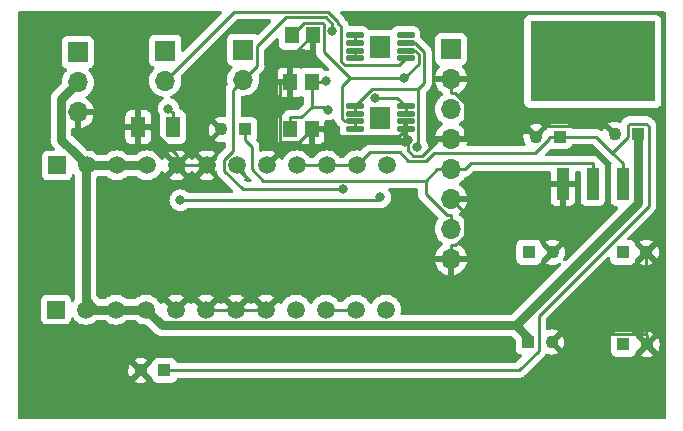
<source format=gbr>
%TF.GenerationSoftware,KiCad,Pcbnew,(6.0.5)*%
%TF.CreationDate,2023-06-19T01:06:53+02:00*%
%TF.ProjectId,PCB_Hoja,5043425f-486f-46a6-912e-6b696361645f,rev?*%
%TF.SameCoordinates,Original*%
%TF.FileFunction,Copper,L1,Top*%
%TF.FilePolarity,Positive*%
%FSLAX46Y46*%
G04 Gerber Fmt 4.6, Leading zero omitted, Abs format (unit mm)*
G04 Created by KiCad (PCBNEW (6.0.5)) date 2023-06-19 01:06:53*
%MOMM*%
%LPD*%
G01*
G04 APERTURE LIST*
G04 Aperture macros list*
%AMRoundRect*
0 Rectangle with rounded corners*
0 $1 Rounding radius*
0 $2 $3 $4 $5 $6 $7 $8 $9 X,Y pos of 4 corners*
0 Add a 4 corners polygon primitive as box body*
4,1,4,$2,$3,$4,$5,$6,$7,$8,$9,$2,$3,0*
0 Add four circle primitives for the rounded corners*
1,1,$1+$1,$2,$3*
1,1,$1+$1,$4,$5*
1,1,$1+$1,$6,$7*
1,1,$1+$1,$8,$9*
0 Add four rect primitives between the rounded corners*
20,1,$1+$1,$2,$3,$4,$5,0*
20,1,$1+$1,$4,$5,$6,$7,0*
20,1,$1+$1,$6,$7,$8,$9,0*
20,1,$1+$1,$8,$9,$2,$3,0*%
G04 Aperture macros list end*
%TA.AperFunction,SMDPad,CuDef*%
%ADD10R,1.150000X1.450000*%
%TD*%
%TA.AperFunction,ComponentPad*%
%ADD11C,1.100000*%
%TD*%
%TA.AperFunction,ComponentPad*%
%ADD12R,1.100000X1.100000*%
%TD*%
%TA.AperFunction,ComponentPad*%
%ADD13R,1.700000X1.700000*%
%TD*%
%TA.AperFunction,ComponentPad*%
%ADD14O,1.700000X1.700000*%
%TD*%
%TA.AperFunction,SMDPad,CuDef*%
%ADD15RoundRect,0.028800X-0.696200X-0.211200X0.696200X-0.211200X0.696200X0.211200X-0.696200X0.211200X0*%
%TD*%
%TA.AperFunction,SMDPad,CuDef*%
%ADD16RoundRect,0.028800X0.696200X0.211200X-0.696200X0.211200X-0.696200X-0.211200X0.696200X-0.211200X0*%
%TD*%
%TA.AperFunction,SMDPad,CuDef*%
%ADD17R,1.680000X1.880000*%
%TD*%
%TA.AperFunction,SMDPad,CuDef*%
%ADD18R,1.160000X1.820000*%
%TD*%
%TA.AperFunction,SMDPad,CuDef*%
%ADD19R,1.050000X2.790000*%
%TD*%
%TA.AperFunction,SMDPad,CuDef*%
%ADD20R,10.580000X6.840000*%
%TD*%
%TA.AperFunction,ComponentPad*%
%ADD21R,1.508000X1.508000*%
%TD*%
%TA.AperFunction,ComponentPad*%
%ADD22C,1.508000*%
%TD*%
%TA.AperFunction,ViaPad*%
%ADD23C,0.800000*%
%TD*%
%TA.AperFunction,Conductor*%
%ADD24C,0.250000*%
%TD*%
%TA.AperFunction,Conductor*%
%ADD25C,0.750000*%
%TD*%
G04 APERTURE END LIST*
D10*
%TO.P,C1,1*%
%TO.N,AUX+_TEMPERATURE*%
X129100000Y-73000000D03*
%TO.P,C1,2*%
%TO.N,GND*%
X130900000Y-73000000D03*
%TD*%
D11*
%TO.P,C10,N*%
%TO.N,GND*%
X151137500Y-99000000D03*
D12*
%TO.P,C10,P*%
%TO.N,PWR*%
X149137500Y-99000000D03*
%TD*%
D11*
%TO.P,C11,N*%
%TO.N,GND*%
X159200000Y-99200000D03*
D12*
%TO.P,C11,P*%
%TO.N,9V*%
X157200000Y-99200000D03*
%TD*%
D11*
%TO.P,C3,N*%
%TO.N,GND*%
X159137500Y-91400000D03*
D12*
%TO.P,C3,P*%
%TO.N,9V*%
X157137500Y-91400000D03*
%TD*%
D13*
%TO.P,J3,1,Pin_1*%
%TO.N,OUT_TEMPERATURE*%
X125000000Y-74250000D03*
D14*
%TO.P,J3,2,Pin_2*%
%TO.N,OUT_HUMIDITY*%
X125000000Y-76790000D03*
%TD*%
D13*
%TO.P,J1,1,Pin_1*%
%TO.N,CTR*%
X111000000Y-74475000D03*
D14*
%TO.P,J1,2,Pin_2*%
%TO.N,PWR*%
X111000000Y-77015000D03*
%TO.P,J1,3,Pin_3*%
%TO.N,GND*%
X111000000Y-79555000D03*
%TD*%
D15*
%TO.P,R1,1*%
%TO.N,Net-(R1-Pad1)*%
X134440000Y-73025000D03*
%TO.P,R1,2*%
X134440000Y-73675000D03*
%TO.P,R1,3*%
%TO.N,Net-(R1-Pad3)*%
X134440000Y-74325000D03*
%TO.P,R1,4*%
X134440000Y-74975000D03*
D16*
%TO.P,R1,5*%
%TO.N,IN_TEMPERATURE*%
X138760000Y-74975000D03*
%TO.P,R1,6*%
%TO.N,AUX+_TEMPERATURE*%
X138760000Y-74325000D03*
%TO.P,R1,7*%
%TO.N,AUX-_TEMPERATURE*%
X138760000Y-73675000D03*
%TO.P,R1,8*%
%TO.N,0.25V*%
X138760000Y-73025000D03*
D17*
%TO.P,R1,9*%
%TO.N,N/C*%
X136600000Y-74000000D03*
%TD*%
D13*
%TO.P,J2,1,Pin_1*%
%TO.N,IN_HUMIDITY*%
X118400000Y-74325000D03*
D14*
%TO.P,J2,2,Pin_2*%
%TO.N,IN_TEMPERATURE*%
X118400000Y-76865000D03*
%TD*%
D10*
%TO.P,C4,1*%
%TO.N,GND*%
X129000000Y-77000000D03*
%TO.P,C4,2*%
%TO.N,9V*%
X130800000Y-77000000D03*
%TD*%
D18*
%TO.P,R5,1*%
%TO.N,GND*%
X116125000Y-80800000D03*
%TO.P,R5,2*%
%TO.N,Net-(R5-Pad2)*%
X119075000Y-80800000D03*
%TD*%
D13*
%TO.P,J4,1,Pin_1*%
%TO.N,PWR_TEMP*%
X142600000Y-74200000D03*
D14*
%TO.P,J4,2,Pin_2*%
%TO.N,GND*%
X142600000Y-76740000D03*
%TO.P,J4,3,Pin_3*%
%TO.N,PWR_HUM*%
X142600000Y-79280000D03*
%TO.P,J4,4,Pin_4*%
%TO.N,GND*%
X142600000Y-81820000D03*
%TO.P,J4,5,Pin_5*%
%TO.N,PWR_HUM*%
X142600000Y-84360000D03*
%TO.P,J4,6,Pin_6*%
%TO.N,GND*%
X142600000Y-86900000D03*
%TO.P,J4,7,Pin_7*%
%TO.N,PWR_HUM*%
X142600000Y-89440000D03*
%TO.P,J4,8,Pin_8*%
%TO.N,GND*%
X142600000Y-91980000D03*
%TD*%
D10*
%TO.P,C5,1*%
%TO.N,9V*%
X129000000Y-81000000D03*
%TO.P,C5,2*%
%TO.N,GND*%
X130800000Y-81000000D03*
%TD*%
D19*
%TO.P,VR1,1,ADJ/GND*%
%TO.N,GND*%
X152060000Y-85590000D03*
%TO.P,VR1,2,OUTPUT_2*%
%TO.N,PWR_HUM*%
X154600000Y-85590000D03*
%TO.P,VR1,3,INPUT*%
%TO.N,Net-(C12-PadP)*%
X157140000Y-85590000D03*
D20*
%TO.P,VR1,4,OUTPUT_4*%
%TO.N,unconnected-(VR1-Pad4)*%
X154600000Y-75240000D03*
%TD*%
D15*
%TO.P,R2,1*%
%TO.N,AUX-_TEMPERATURE*%
X134440000Y-79025000D03*
%TO.P,R2,2*%
X134440000Y-79675000D03*
%TO.P,R2,3*%
%TO.N,AUX+_TEMPERATURE*%
X134440000Y-80325000D03*
%TO.P,R2,4*%
X134440000Y-80975000D03*
D16*
%TO.P,R2,5*%
%TO.N,GND*%
X138760000Y-80975000D03*
%TO.P,R2,6*%
X138760000Y-80325000D03*
%TO.P,R2,7*%
%TO.N,OUT_TEMPERATURE*%
X138760000Y-79675000D03*
%TO.P,R2,8*%
X138760000Y-79025000D03*
D17*
%TO.P,R2,9*%
%TO.N,N/C*%
X136600000Y-80000000D03*
%TD*%
D11*
%TO.P,C2,N*%
%TO.N,GND*%
X151200000Y-91400000D03*
D12*
%TO.P,C2,P*%
%TO.N,AUX+_HUMIDITY*%
X149200000Y-91400000D03*
%TD*%
D21*
%TO.P,PS2,1,~{ON/OFF}*%
%TO.N,Net-(PS2-Pad1)*%
X109230000Y-84050000D03*
D22*
%TO.P,PS2,2,VIN*%
%TO.N,PWR*%
X111770000Y-84050000D03*
%TO.P,PS2,3,VIN*%
X114310000Y-84050000D03*
%TO.P,PS2,4,VIN*%
X116850000Y-84050000D03*
%TO.P,PS2,5,GND*%
%TO.N,GND*%
X119390000Y-84050000D03*
%TO.P,PS2,6,GND*%
X121930000Y-84050000D03*
%TO.P,PS2,7,GND*%
X124470000Y-84050000D03*
%TO.P,PS2,8,GND*%
X127010000Y-84050000D03*
%TO.P,PS2,9,VOUT*%
%TO.N,Net-(C12-PadP)*%
X129550000Y-84050000D03*
%TO.P,PS2,10,VOUT*%
X132090000Y-84050000D03*
%TO.P,PS2,11,VOUT*%
X134630000Y-84050000D03*
%TO.P,PS2,12,VADJ*%
%TO.N,unconnected-(PS2-Pad12)*%
X137170000Y-84050000D03*
%TD*%
D21*
%TO.P,PS1,1,~{ON/OFF}*%
%TO.N,Net-(PS1-Pad1)*%
X109150000Y-96250000D03*
D22*
%TO.P,PS1,2,VIN*%
%TO.N,PWR*%
X111690000Y-96250000D03*
%TO.P,PS1,3,VIN*%
X114230000Y-96250000D03*
%TO.P,PS1,4,VIN*%
X116770000Y-96250000D03*
%TO.P,PS1,5,GND*%
%TO.N,GND*%
X119310000Y-96250000D03*
%TO.P,PS1,6,GND*%
X121850000Y-96250000D03*
%TO.P,PS1,7,GND*%
X124390000Y-96250000D03*
%TO.P,PS1,8,GND*%
X126930000Y-96250000D03*
%TO.P,PS1,9,VOUT*%
%TO.N,9V*%
X129470000Y-96250000D03*
%TO.P,PS1,10,VOUT*%
X132010000Y-96250000D03*
%TO.P,PS1,11,VOUT*%
X134550000Y-96250000D03*
%TO.P,PS1,12,VADJ*%
%TO.N,unconnected-(PS1-Pad12)*%
X137090000Y-96250000D03*
%TD*%
D11*
%TO.P,C14,N*%
%TO.N,GND*%
X116337500Y-101400000D03*
D12*
%TO.P,C14,P*%
%TO.N,Net-(C12-PadP)*%
X118337500Y-101400000D03*
%TD*%
D11*
%TO.P,C12,N*%
%TO.N,GND*%
X149800000Y-81600000D03*
D12*
%TO.P,C12,P*%
%TO.N,Net-(C12-PadP)*%
X151800000Y-81600000D03*
%TD*%
D11*
%TO.P,C16,N*%
%TO.N,GND*%
X123137500Y-81000000D03*
D12*
%TO.P,C16,P*%
%TO.N,PWR_HUM*%
X125137500Y-81000000D03*
%TD*%
D11*
%TO.P,C9,N*%
%TO.N,GND*%
X156462500Y-81400000D03*
D12*
%TO.P,C9,P*%
%TO.N,PWR*%
X158462500Y-81400000D03*
%TD*%
D23*
%TO.N,AUX+_TEMPERATURE*%
X138626500Y-76678500D03*
%TO.N,GND*%
X138936700Y-81852500D03*
%TO.N,9V*%
X131978100Y-76937200D03*
X132164700Y-79316200D03*
%TO.N,OUT_TEMPERATURE*%
X136194600Y-78328200D03*
%TO.N,OUT_HUMIDITY*%
X132563000Y-72645700D03*
X133431100Y-86059800D03*
%TO.N,AUX-_TEMPERATURE*%
X139740300Y-82503700D03*
%TO.N,Net-(R4-Pad7)*%
X136600200Y-86752400D03*
X119677700Y-86986100D03*
%TO.N,Net-(R5-Pad2)*%
X118673500Y-79252500D03*
%TD*%
D24*
%TO.N,AUX+_TEMPERATURE*%
X131671289Y-71950489D02*
X131808300Y-72087500D01*
X134440000Y-80975000D02*
X134440000Y-80325000D01*
X139867500Y-74645600D02*
X139867500Y-75437500D01*
X133639700Y-80325000D02*
X134440000Y-80325000D01*
X138760000Y-74325000D02*
X139546900Y-74325000D01*
X133389500Y-77302300D02*
X133389500Y-80074800D01*
X129100000Y-73000000D02*
X130149511Y-71950489D01*
X134008400Y-76683400D02*
X133389500Y-77302300D01*
X131808300Y-74483300D02*
X134008400Y-76683400D01*
X134008400Y-76683400D02*
X138621600Y-76683400D01*
X131808300Y-72087500D02*
X131808300Y-74483300D01*
X133389500Y-80074800D02*
X133639700Y-80325000D01*
X139867500Y-75437500D02*
X138626500Y-76678500D01*
X138621600Y-76683400D02*
X138626500Y-76678500D01*
X139546900Y-74325000D02*
X139867500Y-74645600D01*
X130149511Y-71950489D02*
X131671289Y-71950489D01*
%TO.N,GND*%
X149796800Y-89573500D02*
X149796800Y-89996800D01*
X143775300Y-81267100D02*
X143820500Y-81221900D01*
X143775300Y-81820000D02*
X143775300Y-81267100D01*
X129000000Y-77000000D02*
X128099700Y-77000000D01*
X119390000Y-84050000D02*
X121930000Y-84050000D01*
X143820500Y-81221900D02*
X149421900Y-81221900D01*
X152060000Y-85590000D02*
X152060000Y-87310300D01*
X128099600Y-82101300D02*
X128099700Y-82101300D01*
X138760000Y-80975000D02*
X138760000Y-80325000D01*
X149796800Y-89996800D02*
X151200000Y-91400000D01*
X138936700Y-82768300D02*
X139398900Y-83230500D01*
X138936700Y-81852500D02*
X138936700Y-82768300D01*
X127010000Y-84050000D02*
X128099600Y-82960400D01*
X132240800Y-81540500D02*
X138194500Y-81540500D01*
X116125000Y-80800000D02*
X117030300Y-80800000D01*
X142600000Y-90804700D02*
X142967300Y-90804700D01*
X150681000Y-80719000D02*
X155781500Y-80719000D01*
X128099600Y-82960400D02*
X128099600Y-82101300D01*
X142600000Y-91980000D02*
X142600000Y-90804700D01*
X152060000Y-87310300D02*
X149796800Y-89573500D01*
X159200000Y-99200000D02*
X159200000Y-98378400D01*
X131700300Y-81000000D02*
X132240800Y-81540500D01*
X128099700Y-82101300D02*
X128099700Y-77000000D01*
X119390000Y-84050000D02*
X119390000Y-83159700D01*
X143775400Y-89573500D02*
X149796800Y-89573500D01*
X142600000Y-76740000D02*
X142600000Y-77915300D01*
X149421900Y-81221900D02*
X149800000Y-81600000D01*
X143775400Y-89996600D02*
X143775400Y-89573500D01*
X142967300Y-77915300D02*
X142600000Y-77915300D01*
X142600000Y-81820000D02*
X143775300Y-81820000D01*
X138409600Y-81325400D02*
X138936700Y-81852500D01*
X151821600Y-98315900D02*
X151137500Y-99000000D01*
X130800000Y-81000000D02*
X131700300Y-81000000D01*
X141424700Y-81954300D02*
X141424700Y-81820000D01*
X124390000Y-96250000D02*
X121850000Y-96250000D01*
X111000000Y-79555000D02*
X112175300Y-79555000D01*
X142967300Y-90804700D02*
X143775400Y-89996600D01*
X143775400Y-88075400D02*
X142600000Y-86900000D01*
X130900000Y-73000000D02*
X129000000Y-74900000D01*
X113420300Y-80800000D02*
X116125000Y-80800000D01*
X159137500Y-98315900D02*
X151821600Y-98315900D01*
X128099700Y-82101300D02*
X129698700Y-82101300D01*
X142600000Y-81820000D02*
X141424700Y-81820000D01*
X143775400Y-89573500D02*
X143775400Y-88075400D01*
X138194500Y-81540500D02*
X138409600Y-81325400D01*
X129000000Y-74900000D02*
X129000000Y-77000000D01*
X159137500Y-91400000D02*
X159137500Y-98315900D01*
X139398900Y-83230500D02*
X140148500Y-83230500D01*
X138409600Y-81325400D02*
X138760000Y-80975000D01*
X112175300Y-79555000D02*
X113420300Y-80800000D01*
X159200000Y-98378400D02*
X159137500Y-98315900D01*
X143820500Y-78768500D02*
X142967300Y-77915300D01*
X129698700Y-82101300D02*
X130800000Y-81000000D01*
X149800000Y-81600000D02*
X150681000Y-80719000D01*
X124390000Y-96250000D02*
X126930000Y-96250000D01*
X155781500Y-80719000D02*
X156462500Y-81400000D01*
X119390000Y-83159700D02*
X117030300Y-80800000D01*
X143820500Y-81221900D02*
X143820500Y-78768500D01*
X140148500Y-83230500D02*
X141424700Y-81954300D01*
%TO.N,9V*%
X130800000Y-79089800D02*
X130800000Y-77000000D01*
X130800000Y-77000000D02*
X131915300Y-77000000D01*
X131915300Y-77000000D02*
X131978100Y-76937200D01*
X129000000Y-81000000D02*
X129000000Y-79949700D01*
X134550000Y-96250000D02*
X132010000Y-96250000D01*
X131938300Y-79089800D02*
X132164700Y-79316200D01*
X129940100Y-79949700D02*
X130800000Y-79089800D01*
X129000000Y-79949700D02*
X129940100Y-79949700D01*
X130800000Y-79089800D02*
X131938300Y-79089800D01*
%TO.N,IN_TEMPERATURE*%
X124214510Y-71050490D02*
X132170920Y-71050490D01*
X133012511Y-71892081D02*
X133012511Y-71979711D01*
X133317600Y-75268900D02*
X133589500Y-75540800D01*
X118400000Y-76865000D02*
X124214510Y-71050490D01*
X138194200Y-75540800D02*
X138760000Y-74975000D01*
X133012511Y-71979711D02*
X133317600Y-72284800D01*
X133317600Y-72284800D02*
X133317600Y-75268900D01*
X132170920Y-71050490D02*
X133012511Y-71892081D01*
X133589500Y-75540800D02*
X138194200Y-75540800D01*
%TO.N,OUT_TEMPERATURE*%
X138760000Y-79675000D02*
X138760000Y-79025000D01*
X138063200Y-78328200D02*
X138760000Y-79025000D01*
X136194600Y-78328200D02*
X138063200Y-78328200D01*
%TO.N,OUT_HUMIDITY*%
X123391489Y-83603265D02*
X123391489Y-84496735D01*
X125000000Y-76790000D02*
X124150000Y-77640000D01*
X128650000Y-71500978D02*
X126174511Y-73976467D01*
X124150000Y-82844754D02*
X123391489Y-83603265D01*
X124954554Y-86059800D02*
X133431100Y-86059800D01*
X126174511Y-73976467D02*
X126174511Y-75615489D01*
X132563000Y-72645700D02*
X132563000Y-72078274D01*
X123391489Y-84496735D02*
X124954554Y-86059800D01*
X124150000Y-77640000D02*
X124150000Y-82844754D01*
X132563000Y-72078274D02*
X131985704Y-71500978D01*
X126174511Y-75615489D02*
X125000000Y-76790000D01*
X131985704Y-71500978D02*
X128650000Y-71500978D01*
%TO.N,Net-(R1-Pad1)*%
X134440000Y-73675000D02*
X134440000Y-73025000D01*
%TO.N,Net-(R1-Pad3)*%
X134440000Y-74975000D02*
X134440000Y-74325000D01*
%TO.N,AUX-_TEMPERATURE*%
X135883000Y-77582000D02*
X139821500Y-77582000D01*
X139821500Y-82422500D02*
X139740300Y-82503700D01*
X139556800Y-73675000D02*
X138760000Y-73675000D01*
X140326400Y-74444600D02*
X139556800Y-73675000D01*
X139821500Y-77582000D02*
X139821500Y-82422500D01*
X134440000Y-79025000D02*
X134440000Y-79675000D01*
X139821500Y-77582000D02*
X140326400Y-77077100D01*
X140326400Y-77077100D02*
X140326400Y-74444600D01*
X134440000Y-79025000D02*
X135883000Y-77582000D01*
%TO.N,Net-(R4-Pad7)*%
X136366500Y-86986100D02*
X136600200Y-86752400D01*
X119677700Y-86986100D02*
X136366500Y-86986100D01*
D25*
%TO.N,PWR*%
X113450000Y-84050000D02*
X114310000Y-84050000D01*
X149137500Y-98637500D02*
X149137500Y-99000000D01*
X110735000Y-83015000D02*
X111770000Y-84050000D01*
X148078511Y-97578511D02*
X149137500Y-98637500D01*
D24*
X114150000Y-96170000D02*
X114230000Y-96250000D01*
D25*
X113450000Y-84050000D02*
X116850000Y-84050000D01*
X111770000Y-84050000D02*
X113450000Y-84050000D01*
X113000000Y-96250000D02*
X116770000Y-96250000D01*
X111000000Y-77015000D02*
X109575489Y-78439511D01*
X113000000Y-96250000D02*
X114230000Y-96250000D01*
X118098511Y-97578511D02*
X148078511Y-97578511D01*
X158462500Y-87194522D02*
X158462500Y-81400000D01*
X112500000Y-96250000D02*
X113000000Y-96250000D01*
X109575489Y-78439511D02*
X109575489Y-81855489D01*
D24*
X111690000Y-84130000D02*
X111770000Y-84050000D01*
D25*
X116770000Y-96250000D02*
X118098511Y-97578511D01*
X110735000Y-83015000D02*
X111690000Y-83970000D01*
X111690000Y-95440000D02*
X112500000Y-96250000D01*
X109575489Y-81855489D02*
X110735000Y-83015000D01*
D24*
X111770000Y-96170000D02*
X111690000Y-96250000D01*
D25*
X111690000Y-95440000D02*
X111690000Y-96250000D01*
X111690000Y-83970000D02*
X111690000Y-95440000D01*
X148078511Y-97578511D02*
X158462500Y-87194522D01*
D24*
%TO.N,Net-(C12-PadP)*%
X156230200Y-82959900D02*
X154870300Y-81600000D01*
X157140000Y-85590000D02*
X157140000Y-83869700D01*
X156230200Y-82959900D02*
X157587100Y-81603000D01*
X157587100Y-80659400D02*
X157721900Y-80524600D01*
X157721900Y-80524600D02*
X159147200Y-80524600D01*
X159337900Y-87451800D02*
X150012900Y-96776800D01*
X135729700Y-82950300D02*
X138241900Y-82950300D01*
X151800000Y-81600000D02*
X150924700Y-81600000D01*
X150012900Y-96776800D02*
X150012900Y-99744000D01*
X157587100Y-81603000D02*
X157587100Y-80659400D01*
X138241900Y-82950300D02*
X138982600Y-83691000D01*
X132090000Y-84050000D02*
X129550000Y-84050000D01*
X150924700Y-81818800D02*
X150924700Y-81600000D01*
X148356900Y-101400000D02*
X118337500Y-101400000D01*
X134630000Y-84050000D02*
X132090000Y-84050000D01*
X149748100Y-82995400D02*
X150924700Y-81818800D01*
X134630000Y-84050000D02*
X135729700Y-82950300D01*
X159147200Y-80524600D02*
X159337900Y-80715300D01*
X150012900Y-99744000D02*
X148356900Y-101400000D01*
X154870300Y-81600000D02*
X151800000Y-81600000D01*
X141154900Y-82995400D02*
X149748100Y-82995400D01*
X140459300Y-83691000D02*
X141154900Y-82995400D01*
X157140000Y-83869700D02*
X156230200Y-82959900D01*
X138982600Y-83691000D02*
X140459300Y-83691000D01*
X159337900Y-80715300D02*
X159337900Y-87451800D01*
%TO.N,PWR_HUM*%
X154600000Y-85590000D02*
X154600000Y-83869700D01*
X142600000Y-84360000D02*
X143775300Y-84360000D01*
X142600000Y-88264700D02*
X142232700Y-88264700D01*
X143775300Y-84360000D02*
X144265600Y-83869700D01*
X125740000Y-82477800D02*
X125137500Y-81875300D01*
X126723700Y-85334500D02*
X125740000Y-84350800D01*
X125137500Y-81000000D02*
X125137500Y-81875300D01*
X140450200Y-85334500D02*
X126723700Y-85334500D01*
X140450200Y-85334500D02*
X141424700Y-84360000D01*
X142232700Y-88264700D02*
X140450200Y-86482200D01*
X142600000Y-84360000D02*
X141424700Y-84360000D01*
X140450200Y-86482200D02*
X140450200Y-85334500D01*
X142600000Y-89440000D02*
X142600000Y-88264700D01*
X144265600Y-83869700D02*
X154600000Y-83869700D01*
X125740000Y-84350800D02*
X125740000Y-82477800D01*
%TO.N,Net-(R5-Pad2)*%
X118985700Y-79564700D02*
X118673500Y-79252500D01*
X119075000Y-80800000D02*
X119075000Y-79564700D01*
X119075000Y-79564700D02*
X118985700Y-79564700D01*
%TD*%
%TA.AperFunction,Conductor*%
%TO.N,GND*%
G36*
X123139527Y-71013502D02*
G01*
X123186020Y-71067158D01*
X123196124Y-71137432D01*
X123166630Y-71202012D01*
X123160501Y-71208595D01*
X119973595Y-74395500D01*
X119911283Y-74429526D01*
X119840467Y-74424461D01*
X119783632Y-74381914D01*
X119758821Y-74315394D01*
X119758500Y-74306405D01*
X119758500Y-73426866D01*
X119751745Y-73364684D01*
X119700615Y-73228295D01*
X119613261Y-73111739D01*
X119496705Y-73024385D01*
X119360316Y-72973255D01*
X119298134Y-72966500D01*
X117501866Y-72966500D01*
X117439684Y-72973255D01*
X117303295Y-73024385D01*
X117186739Y-73111739D01*
X117099385Y-73228295D01*
X117048255Y-73364684D01*
X117041500Y-73426866D01*
X117041500Y-75223134D01*
X117048255Y-75285316D01*
X117099385Y-75421705D01*
X117186739Y-75538261D01*
X117303295Y-75625615D01*
X117311704Y-75628767D01*
X117311705Y-75628768D01*
X117420451Y-75669535D01*
X117477216Y-75712176D01*
X117501916Y-75778738D01*
X117486709Y-75848087D01*
X117467316Y-75874568D01*
X117351622Y-75995635D01*
X117340629Y-76007138D01*
X117337715Y-76011410D01*
X117337714Y-76011411D01*
X117264222Y-76119146D01*
X117214743Y-76191680D01*
X117196803Y-76230328D01*
X117145116Y-76341680D01*
X117120688Y-76394305D01*
X117060989Y-76609570D01*
X117037251Y-76831695D01*
X117037548Y-76836848D01*
X117037548Y-76836851D01*
X117047627Y-77011646D01*
X117050110Y-77054715D01*
X117051247Y-77059761D01*
X117051248Y-77059767D01*
X117068624Y-77136869D01*
X117099222Y-77272639D01*
X117153714Y-77406837D01*
X117179235Y-77469688D01*
X117183266Y-77479616D01*
X117215364Y-77531995D01*
X117273468Y-77626812D01*
X117299987Y-77670088D01*
X117446250Y-77838938D01*
X117618126Y-77981632D01*
X117811000Y-78094338D01*
X118019692Y-78174030D01*
X118024760Y-78175061D01*
X118024763Y-78175062D01*
X118212201Y-78213197D01*
X118274966Y-78246378D01*
X118309828Y-78308226D01*
X118305719Y-78379104D01*
X118263942Y-78436508D01*
X118238331Y-78451773D01*
X118226558Y-78457014D01*
X118222779Y-78458697D01*
X118216748Y-78461382D01*
X118211407Y-78465262D01*
X118211406Y-78465263D01*
X118182859Y-78486004D01*
X118062247Y-78573634D01*
X118057826Y-78578544D01*
X118057825Y-78578545D01*
X118001960Y-78640590D01*
X117934460Y-78715556D01*
X117838973Y-78880944D01*
X117779958Y-79062572D01*
X117779268Y-79069133D01*
X117779268Y-79069135D01*
X117774855Y-79111124D01*
X117759996Y-79252500D01*
X117760686Y-79259065D01*
X117777933Y-79423158D01*
X117779958Y-79442428D01*
X117838973Y-79624056D01*
X117842276Y-79629778D01*
X117842277Y-79629779D01*
X117850081Y-79643295D01*
X117934460Y-79789444D01*
X117938880Y-79794353D01*
X117938883Y-79794357D01*
X117954135Y-79811296D01*
X117984853Y-79875303D01*
X117986500Y-79895607D01*
X117986500Y-81758134D01*
X117993255Y-81820316D01*
X118044385Y-81956705D01*
X118131739Y-82073261D01*
X118248295Y-82160615D01*
X118384684Y-82211745D01*
X118446866Y-82218500D01*
X119703134Y-82218500D01*
X119765316Y-82211745D01*
X119901705Y-82160615D01*
X120018261Y-82073261D01*
X120105615Y-81956705D01*
X120156745Y-81820316D01*
X120163500Y-81758134D01*
X120163500Y-80991301D01*
X122075001Y-80991301D01*
X122091331Y-81185774D01*
X122093544Y-81197833D01*
X122147339Y-81385438D01*
X122151855Y-81396843D01*
X122221512Y-81532381D01*
X122231233Y-81542602D01*
X122238032Y-81540258D01*
X122765478Y-81012812D01*
X122773092Y-80998868D01*
X122772961Y-80997035D01*
X122768710Y-80990420D01*
X122243802Y-80465512D01*
X122231422Y-80458752D01*
X122225034Y-80463534D01*
X122163316Y-80575798D01*
X122158488Y-80587062D01*
X122099475Y-80773095D01*
X122096927Y-80785084D01*
X122075172Y-80979032D01*
X122075001Y-80991301D01*
X120163500Y-80991301D01*
X120163500Y-79841866D01*
X120156745Y-79779684D01*
X120105615Y-79643295D01*
X120018261Y-79526739D01*
X119901705Y-79439385D01*
X119765316Y-79388255D01*
X119757460Y-79387402D01*
X119749778Y-79385575D01*
X119750364Y-79383111D01*
X119696274Y-79360644D01*
X119659444Y-79307133D01*
X119658588Y-79307536D01*
X119656140Y-79302334D01*
X119655597Y-79301546D01*
X119652764Y-79292825D01*
X119648514Y-79286128D01*
X119648350Y-79285869D01*
X119637585Y-79264742D01*
X119637471Y-79264454D01*
X119637468Y-79264449D01*
X119634552Y-79257083D01*
X119629896Y-79250675D01*
X119629893Y-79250669D01*
X119601542Y-79211648D01*
X119597098Y-79205110D01*
X119594871Y-79201601D01*
X119575942Y-79147250D01*
X119567732Y-79069137D01*
X119567732Y-79069135D01*
X119567042Y-79062572D01*
X119556364Y-79029707D01*
X119510069Y-78887229D01*
X119508027Y-78880944D01*
X119412540Y-78715556D01*
X119345041Y-78640590D01*
X119289175Y-78578545D01*
X119289174Y-78578544D01*
X119284753Y-78573634D01*
X119164141Y-78486004D01*
X119135594Y-78465263D01*
X119135593Y-78465262D01*
X119130252Y-78461382D01*
X119124224Y-78458698D01*
X119124222Y-78458697D01*
X118961819Y-78386391D01*
X118961818Y-78386391D01*
X118955788Y-78383706D01*
X118915149Y-78375068D01*
X118852676Y-78341340D01*
X118818354Y-78279190D01*
X118823082Y-78208351D01*
X118865358Y-78151314D01*
X118894327Y-78135091D01*
X118897384Y-78134174D01*
X118902028Y-78131899D01*
X118902033Y-78131897D01*
X119093346Y-78038173D01*
X119097994Y-78035896D01*
X119279860Y-77906173D01*
X119286855Y-77899203D01*
X119409997Y-77776490D01*
X119438096Y-77748489D01*
X119495005Y-77669292D01*
X119565435Y-77571277D01*
X119568453Y-77567077D01*
X119571966Y-77559970D01*
X119665136Y-77371453D01*
X119665137Y-77371451D01*
X119667430Y-77366811D01*
X119701705Y-77254000D01*
X119730865Y-77158023D01*
X119730865Y-77158021D01*
X119732370Y-77153069D01*
X119761529Y-76931590D01*
X119763156Y-76865000D01*
X119744852Y-76642361D01*
X119716821Y-76530765D01*
X119719625Y-76459823D01*
X119749930Y-76410974D01*
X124440010Y-71720895D01*
X124502322Y-71686869D01*
X124529105Y-71683990D01*
X127266894Y-71683990D01*
X127335015Y-71703992D01*
X127381508Y-71757648D01*
X127391612Y-71827922D01*
X127362118Y-71892502D01*
X127355991Y-71899083D01*
X126817938Y-72437135D01*
X126293406Y-72961667D01*
X126231094Y-72995693D01*
X126160278Y-72990628D01*
X126128747Y-72973399D01*
X126113093Y-72961667D01*
X126096705Y-72949385D01*
X125960316Y-72898255D01*
X125898134Y-72891500D01*
X124101866Y-72891500D01*
X124039684Y-72898255D01*
X123903295Y-72949385D01*
X123786739Y-73036739D01*
X123699385Y-73153295D01*
X123648255Y-73289684D01*
X123641500Y-73351866D01*
X123641500Y-75148134D01*
X123648255Y-75210316D01*
X123699385Y-75346705D01*
X123786739Y-75463261D01*
X123903295Y-75550615D01*
X123911704Y-75553767D01*
X123911705Y-75553768D01*
X124020451Y-75594535D01*
X124077216Y-75637176D01*
X124101916Y-75703738D01*
X124086709Y-75773087D01*
X124067316Y-75799568D01*
X124011961Y-75857494D01*
X123940629Y-75932138D01*
X123937715Y-75936410D01*
X123937714Y-75936411D01*
X123875663Y-76027375D01*
X123814743Y-76116680D01*
X123788763Y-76172649D01*
X123741500Y-76274470D01*
X123720688Y-76319305D01*
X123660989Y-76534570D01*
X123637251Y-76756695D01*
X123637548Y-76761848D01*
X123637548Y-76761851D01*
X123647142Y-76928240D01*
X123650110Y-76979715D01*
X123651247Y-76984762D01*
X123651248Y-76984766D01*
X123683972Y-77129969D01*
X123679436Y-77200820D01*
X123652905Y-77243923D01*
X123638841Y-77258899D01*
X123638838Y-77258903D01*
X123633414Y-77264679D01*
X123629595Y-77271625D01*
X123629593Y-77271628D01*
X123623652Y-77282434D01*
X123612801Y-77298953D01*
X123600386Y-77314959D01*
X123597241Y-77322228D01*
X123597238Y-77322232D01*
X123582826Y-77355537D01*
X123577609Y-77366187D01*
X123556305Y-77404940D01*
X123554334Y-77412615D01*
X123554334Y-77412616D01*
X123551267Y-77424562D01*
X123544863Y-77443266D01*
X123536819Y-77461855D01*
X123535580Y-77469678D01*
X123535577Y-77469688D01*
X123529901Y-77505524D01*
X123527495Y-77517144D01*
X123518472Y-77552289D01*
X123516500Y-77559970D01*
X123516500Y-77580224D01*
X123514949Y-77599934D01*
X123511780Y-77619943D01*
X123512526Y-77627835D01*
X123515941Y-77663961D01*
X123516500Y-77675819D01*
X123516500Y-79838840D01*
X123496498Y-79906961D01*
X123442842Y-79953454D01*
X123372568Y-79963558D01*
X123363232Y-79961456D01*
X123363191Y-79961656D01*
X123345144Y-79957951D01*
X123151050Y-79937551D01*
X123138782Y-79937466D01*
X122944430Y-79955153D01*
X122932381Y-79957451D01*
X122745158Y-80012554D01*
X122733790Y-80017147D01*
X122605415Y-80084260D01*
X122595266Y-80094047D01*
X122597721Y-80101011D01*
X123407615Y-80910905D01*
X123441641Y-80973217D01*
X123436576Y-81044032D01*
X123407615Y-81089095D01*
X122603213Y-81893497D01*
X122596453Y-81905877D01*
X122601363Y-81912435D01*
X122706504Y-81971198D01*
X122717742Y-81976107D01*
X122903352Y-82036415D01*
X122915326Y-82039048D01*
X123109124Y-82062157D01*
X123121373Y-82062414D01*
X123315967Y-82047441D01*
X123328043Y-82045311D01*
X123356615Y-82037333D01*
X123427605Y-82038278D01*
X123486815Y-82077454D01*
X123515445Y-82142422D01*
X123516500Y-82158691D01*
X123516500Y-82530159D01*
X123496498Y-82598280D01*
X123479595Y-82619255D01*
X123237420Y-82861429D01*
X122999231Y-83099618D01*
X122990952Y-83107152D01*
X122984471Y-83111265D01*
X122937846Y-83160916D01*
X122935091Y-83163758D01*
X122915354Y-83183495D01*
X122912874Y-83186692D01*
X122905171Y-83195712D01*
X122874903Y-83227944D01*
X122871084Y-83234890D01*
X122871082Y-83234893D01*
X122865141Y-83245699D01*
X122854290Y-83262218D01*
X122841875Y-83278224D01*
X122838730Y-83285493D01*
X122838727Y-83285497D01*
X122824315Y-83318802D01*
X122819098Y-83329452D01*
X122797794Y-83368205D01*
X122792862Y-83387416D01*
X122792756Y-83387827D01*
X122786352Y-83406531D01*
X122778308Y-83425120D01*
X122777069Y-83432943D01*
X122777066Y-83432953D01*
X122771390Y-83468789D01*
X122768984Y-83480409D01*
X122757989Y-83523235D01*
X122757989Y-83531164D01*
X122756996Y-83539025D01*
X122755124Y-83538789D01*
X122737987Y-83597152D01*
X122721084Y-83618126D01*
X122302022Y-84037188D01*
X122294408Y-84051132D01*
X122294539Y-84052965D01*
X122298790Y-84059580D01*
X122723106Y-84483896D01*
X122757132Y-84546208D01*
X122759948Y-84569030D01*
X122760816Y-84596624D01*
X122765056Y-84611217D01*
X122766467Y-84616074D01*
X122770476Y-84635435D01*
X122773015Y-84655532D01*
X122775934Y-84662903D01*
X122775934Y-84662905D01*
X122789293Y-84696647D01*
X122793138Y-84707877D01*
X122803260Y-84742718D01*
X122805471Y-84750328D01*
X122809504Y-84757147D01*
X122809506Y-84757152D01*
X122815782Y-84767763D01*
X122824477Y-84785511D01*
X122831937Y-84804352D01*
X122836599Y-84810768D01*
X122836599Y-84810769D01*
X122857925Y-84840122D01*
X122864441Y-84850042D01*
X122875405Y-84868580D01*
X122886947Y-84888097D01*
X122901268Y-84902418D01*
X122914108Y-84917451D01*
X122926017Y-84933842D01*
X122943408Y-84948229D01*
X122960094Y-84962033D01*
X122968873Y-84970023D01*
X124136354Y-86137505D01*
X124170380Y-86199817D01*
X124165315Y-86270633D01*
X124122768Y-86327468D01*
X124056248Y-86352279D01*
X124047259Y-86352600D01*
X120385900Y-86352600D01*
X120317779Y-86332598D01*
X120298553Y-86316257D01*
X120298280Y-86316560D01*
X120293368Y-86312137D01*
X120288953Y-86307234D01*
X120134452Y-86194982D01*
X120128424Y-86192298D01*
X120128422Y-86192297D01*
X119966019Y-86119991D01*
X119966018Y-86119991D01*
X119959988Y-86117306D01*
X119850343Y-86094000D01*
X119779644Y-86078972D01*
X119779639Y-86078972D01*
X119773187Y-86077600D01*
X119582213Y-86077600D01*
X119575761Y-86078972D01*
X119575756Y-86078972D01*
X119505057Y-86094000D01*
X119395412Y-86117306D01*
X119389382Y-86119991D01*
X119389381Y-86119991D01*
X119226978Y-86192297D01*
X119226976Y-86192298D01*
X119220948Y-86194982D01*
X119066447Y-86307234D01*
X118938660Y-86449156D01*
X118843173Y-86614544D01*
X118784158Y-86796172D01*
X118783468Y-86802733D01*
X118783468Y-86802735D01*
X118776024Y-86873562D01*
X118764196Y-86986100D01*
X118764886Y-86992665D01*
X118779741Y-87133998D01*
X118784158Y-87176028D01*
X118843173Y-87357656D01*
X118938660Y-87523044D01*
X118943078Y-87527951D01*
X118943079Y-87527952D01*
X119062025Y-87660055D01*
X119066447Y-87664966D01*
X119126497Y-87708595D01*
X119210415Y-87769565D01*
X119220948Y-87777218D01*
X119226976Y-87779902D01*
X119226978Y-87779903D01*
X119370694Y-87843889D01*
X119395412Y-87854894D01*
X119473866Y-87871570D01*
X119575756Y-87893228D01*
X119575761Y-87893228D01*
X119582213Y-87894600D01*
X119773187Y-87894600D01*
X119779639Y-87893228D01*
X119779644Y-87893228D01*
X119881534Y-87871570D01*
X119959988Y-87854894D01*
X119984706Y-87843889D01*
X120128422Y-87779903D01*
X120128424Y-87779902D01*
X120134452Y-87777218D01*
X120144986Y-87769565D01*
X120280641Y-87671005D01*
X120288953Y-87664966D01*
X120293368Y-87660063D01*
X120298280Y-87655640D01*
X120299405Y-87656889D01*
X120352714Y-87624049D01*
X120385900Y-87619600D01*
X136287732Y-87619600D01*
X136298921Y-87620128D01*
X136306409Y-87621802D01*
X136314328Y-87621553D01*
X136316588Y-87621767D01*
X136330923Y-87623960D01*
X136498256Y-87659528D01*
X136498260Y-87659528D01*
X136504713Y-87660900D01*
X136695687Y-87660900D01*
X136702139Y-87659528D01*
X136702144Y-87659528D01*
X136789088Y-87641047D01*
X136882488Y-87621194D01*
X136936418Y-87597183D01*
X137050922Y-87546203D01*
X137050924Y-87546202D01*
X137056952Y-87543518D01*
X137083953Y-87523901D01*
X137134556Y-87487135D01*
X137211453Y-87431266D01*
X137219857Y-87421932D01*
X137334821Y-87294252D01*
X137334822Y-87294251D01*
X137339240Y-87289344D01*
X137434727Y-87123956D01*
X137493742Y-86942328D01*
X137513704Y-86752400D01*
X137502521Y-86646000D01*
X137494432Y-86569035D01*
X137494432Y-86569033D01*
X137493742Y-86562472D01*
X137434727Y-86380844D01*
X137339240Y-86215456D01*
X137305792Y-86178309D01*
X137275076Y-86114302D01*
X137283841Y-86043849D01*
X137329304Y-85989318D01*
X137399430Y-85968000D01*
X139690700Y-85968000D01*
X139758821Y-85988002D01*
X139805314Y-86041658D01*
X139816700Y-86094000D01*
X139816700Y-86403433D01*
X139816173Y-86414616D01*
X139814498Y-86422109D01*
X139814747Y-86430035D01*
X139814747Y-86430036D01*
X139816638Y-86490186D01*
X139816700Y-86494145D01*
X139816700Y-86522056D01*
X139817197Y-86525990D01*
X139817197Y-86525991D01*
X139817205Y-86526056D01*
X139818138Y-86537893D01*
X139819527Y-86582089D01*
X139825178Y-86601539D01*
X139829187Y-86620900D01*
X139831726Y-86640997D01*
X139834645Y-86648368D01*
X139834645Y-86648370D01*
X139848004Y-86682112D01*
X139851849Y-86693342D01*
X139864182Y-86735793D01*
X139868215Y-86742612D01*
X139868217Y-86742617D01*
X139874493Y-86753228D01*
X139883188Y-86770976D01*
X139890648Y-86789817D01*
X139895310Y-86796233D01*
X139895310Y-86796234D01*
X139916636Y-86825587D01*
X139923152Y-86835507D01*
X139945658Y-86873562D01*
X139959979Y-86887883D01*
X139972819Y-86902916D01*
X139984728Y-86919307D01*
X139990834Y-86924358D01*
X140018805Y-86947498D01*
X140027584Y-86955488D01*
X141512862Y-88440766D01*
X141546888Y-88503078D01*
X141541823Y-88573893D01*
X141527859Y-88600858D01*
X141414743Y-88766680D01*
X141320688Y-88969305D01*
X141260989Y-89184570D01*
X141237251Y-89406695D01*
X141237548Y-89411848D01*
X141237548Y-89411851D01*
X141243011Y-89506590D01*
X141250110Y-89629715D01*
X141251247Y-89634761D01*
X141251248Y-89634767D01*
X141271119Y-89722939D01*
X141299222Y-89847639D01*
X141383266Y-90054616D01*
X141499987Y-90245088D01*
X141646250Y-90413938D01*
X141818126Y-90556632D01*
X141885683Y-90596109D01*
X141891955Y-90599774D01*
X141940679Y-90651412D01*
X141953750Y-90721195D01*
X141927019Y-90786967D01*
X141886562Y-90820327D01*
X141878457Y-90824546D01*
X141869738Y-90830036D01*
X141699433Y-90957905D01*
X141691726Y-90964748D01*
X141544590Y-91118717D01*
X141538104Y-91126727D01*
X141418098Y-91302649D01*
X141413000Y-91311623D01*
X141323338Y-91504783D01*
X141319775Y-91514470D01*
X141264389Y-91714183D01*
X141265912Y-91722607D01*
X141278292Y-91726000D01*
X143918344Y-91726000D01*
X143931875Y-91722027D01*
X143933180Y-91712947D01*
X143891214Y-91545875D01*
X143887894Y-91536124D01*
X143802972Y-91340814D01*
X143798105Y-91331739D01*
X143682426Y-91152926D01*
X143676136Y-91144757D01*
X143532806Y-90987240D01*
X143525273Y-90980215D01*
X143358139Y-90848222D01*
X143349556Y-90842520D01*
X143312602Y-90822120D01*
X143262631Y-90771687D01*
X143247859Y-90702245D01*
X143272975Y-90635839D01*
X143300327Y-90609232D01*
X143323797Y-90592491D01*
X143479860Y-90481173D01*
X143638096Y-90323489D01*
X143697594Y-90240689D01*
X143765435Y-90146277D01*
X143768453Y-90142077D01*
X143867430Y-89941811D01*
X143932370Y-89728069D01*
X143961529Y-89506590D01*
X143963156Y-89440000D01*
X143944852Y-89217361D01*
X143890431Y-89000702D01*
X143801354Y-88795840D01*
X143680014Y-88608277D01*
X143529670Y-88443051D01*
X143525619Y-88439852D01*
X143525615Y-88439848D01*
X143358414Y-88307800D01*
X143358410Y-88307798D01*
X143354359Y-88304598D01*
X143312569Y-88281529D01*
X143262598Y-88231097D01*
X143247826Y-88161654D01*
X143272942Y-88095248D01*
X143300294Y-88068641D01*
X143475328Y-87943792D01*
X143483200Y-87937139D01*
X143634052Y-87786812D01*
X143640730Y-87778965D01*
X143765003Y-87606020D01*
X143770313Y-87597183D01*
X143864670Y-87406267D01*
X143868469Y-87396672D01*
X143930377Y-87192910D01*
X143932555Y-87182837D01*
X143933986Y-87171962D01*
X143931775Y-87157778D01*
X143918617Y-87154000D01*
X142472000Y-87154000D01*
X142403879Y-87133998D01*
X142357386Y-87080342D01*
X142346363Y-87029669D01*
X151027001Y-87029669D01*
X151027371Y-87036490D01*
X151032895Y-87087352D01*
X151036521Y-87102604D01*
X151081676Y-87223054D01*
X151090214Y-87238649D01*
X151166715Y-87340724D01*
X151179276Y-87353285D01*
X151281351Y-87429786D01*
X151296946Y-87438324D01*
X151417394Y-87483478D01*
X151432649Y-87487105D01*
X151483514Y-87492631D01*
X151490328Y-87493000D01*
X151787885Y-87493000D01*
X151803124Y-87488525D01*
X151804329Y-87487135D01*
X151806000Y-87479452D01*
X151806000Y-87474884D01*
X152314000Y-87474884D01*
X152318475Y-87490123D01*
X152319865Y-87491328D01*
X152327548Y-87492999D01*
X152629669Y-87492999D01*
X152636490Y-87492629D01*
X152687352Y-87487105D01*
X152702604Y-87483479D01*
X152823054Y-87438324D01*
X152838649Y-87429786D01*
X152940724Y-87353285D01*
X152953285Y-87340724D01*
X153029786Y-87238649D01*
X153038324Y-87223054D01*
X153083478Y-87102606D01*
X153087105Y-87087351D01*
X153092631Y-87036486D01*
X153093000Y-87029672D01*
X153093000Y-85862115D01*
X153088525Y-85846876D01*
X153087135Y-85845671D01*
X153079452Y-85844000D01*
X152332115Y-85844000D01*
X152316876Y-85848475D01*
X152315671Y-85849865D01*
X152314000Y-85857548D01*
X152314000Y-87474884D01*
X151806000Y-87474884D01*
X151806000Y-85862115D01*
X151801525Y-85846876D01*
X151800135Y-85845671D01*
X151792452Y-85844000D01*
X151045116Y-85844000D01*
X151029877Y-85848475D01*
X151028672Y-85849865D01*
X151027001Y-85857548D01*
X151027001Y-87029669D01*
X142346363Y-87029669D01*
X142346000Y-87028000D01*
X142346000Y-86772000D01*
X142366002Y-86703879D01*
X142419658Y-86657386D01*
X142472000Y-86646000D01*
X143918344Y-86646000D01*
X143931875Y-86642027D01*
X143933180Y-86632947D01*
X143891214Y-86465875D01*
X143887894Y-86456124D01*
X143802972Y-86260814D01*
X143798105Y-86251739D01*
X143682426Y-86072926D01*
X143676136Y-86064757D01*
X143532806Y-85907240D01*
X143525273Y-85900215D01*
X143358139Y-85768222D01*
X143349556Y-85762520D01*
X143312602Y-85742120D01*
X143262631Y-85691687D01*
X143247859Y-85622245D01*
X143272975Y-85555839D01*
X143300327Y-85529232D01*
X143323797Y-85512491D01*
X143479860Y-85401173D01*
X143638096Y-85243489D01*
X143689005Y-85172642D01*
X143765435Y-85066277D01*
X143768453Y-85062077D01*
X143770746Y-85057438D01*
X143773405Y-85053012D01*
X143775108Y-85054035D01*
X143817420Y-85008097D01*
X143862584Y-84991663D01*
X143867262Y-84990922D01*
X143875189Y-84990673D01*
X143894643Y-84985021D01*
X143914000Y-84981013D01*
X143926230Y-84979468D01*
X143926231Y-84979468D01*
X143934097Y-84978474D01*
X143941468Y-84975555D01*
X143941470Y-84975555D01*
X143975212Y-84962196D01*
X143986442Y-84958351D01*
X144021283Y-84948229D01*
X144021284Y-84948229D01*
X144028893Y-84946018D01*
X144035712Y-84941985D01*
X144035717Y-84941983D01*
X144046328Y-84935707D01*
X144064076Y-84927012D01*
X144082917Y-84919552D01*
X144118687Y-84893564D01*
X144128607Y-84887048D01*
X144159835Y-84868580D01*
X144159838Y-84868578D01*
X144166662Y-84864542D01*
X144180983Y-84850221D01*
X144196017Y-84837380D01*
X144205993Y-84830132D01*
X144212407Y-84825472D01*
X144240588Y-84791407D01*
X144248578Y-84782626D01*
X144491101Y-84540104D01*
X144553413Y-84506079D01*
X144580196Y-84503200D01*
X150901000Y-84503200D01*
X150969121Y-84523202D01*
X151015614Y-84576858D01*
X151027000Y-84629200D01*
X151027000Y-85317885D01*
X151031475Y-85333124D01*
X151032865Y-85334329D01*
X151040548Y-85336000D01*
X153074884Y-85336000D01*
X153090123Y-85331525D01*
X153091328Y-85330135D01*
X153092999Y-85322452D01*
X153092999Y-84629200D01*
X153113001Y-84561079D01*
X153166657Y-84514586D01*
X153218999Y-84503200D01*
X153440500Y-84503200D01*
X153508621Y-84523202D01*
X153555114Y-84576858D01*
X153566500Y-84629200D01*
X153566500Y-87033134D01*
X153573255Y-87095316D01*
X153624385Y-87231705D01*
X153711739Y-87348261D01*
X153828295Y-87435615D01*
X153964684Y-87486745D01*
X154026866Y-87493500D01*
X155173134Y-87493500D01*
X155235316Y-87486745D01*
X155371705Y-87435615D01*
X155488261Y-87348261D01*
X155575615Y-87231705D01*
X155626745Y-87095316D01*
X155633500Y-87033134D01*
X155633500Y-84146866D01*
X155626745Y-84084684D01*
X155575615Y-83948295D01*
X155488261Y-83831739D01*
X155371705Y-83744385D01*
X155363296Y-83741233D01*
X155363295Y-83741232D01*
X155261933Y-83703233D01*
X155205168Y-83660592D01*
X155186330Y-83624189D01*
X155177764Y-83597825D01*
X155173514Y-83591128D01*
X155173350Y-83590869D01*
X155162585Y-83569742D01*
X155162471Y-83569454D01*
X155162468Y-83569449D01*
X155159552Y-83562083D01*
X155154896Y-83555675D01*
X155154893Y-83555669D01*
X155126542Y-83516648D01*
X155122092Y-83510101D01*
X155092000Y-83462682D01*
X155085993Y-83457041D01*
X155070312Y-83439254D01*
X155070134Y-83439009D01*
X155070132Y-83439007D01*
X155065472Y-83432593D01*
X155056439Y-83425120D01*
X155022204Y-83396797D01*
X155016270Y-83391566D01*
X154981102Y-83358542D01*
X154981099Y-83358540D01*
X154975321Y-83353114D01*
X154968097Y-83349142D01*
X154948494Y-83335819D01*
X154948254Y-83335620D01*
X154948247Y-83335616D01*
X154942144Y-83330567D01*
X154891324Y-83306653D01*
X154884292Y-83303071D01*
X154835060Y-83276005D01*
X154827385Y-83274035D01*
X154827379Y-83274032D01*
X154827081Y-83273956D01*
X154804772Y-83265924D01*
X154804497Y-83265794D01*
X154804489Y-83265791D01*
X154797318Y-83262417D01*
X154742151Y-83251894D01*
X154734442Y-83250171D01*
X154694409Y-83239892D01*
X154687707Y-83238171D01*
X154687706Y-83238171D01*
X154680030Y-83236200D01*
X154671793Y-83236200D01*
X154648184Y-83233968D01*
X154647881Y-83233910D01*
X154647877Y-83233910D01*
X154640094Y-83232425D01*
X154584049Y-83235951D01*
X154576138Y-83236200D01*
X150707394Y-83236200D01*
X150639273Y-83216198D01*
X150592780Y-83162542D01*
X150582676Y-83092268D01*
X150612170Y-83027688D01*
X150618299Y-83021105D01*
X150971747Y-82667657D01*
X151034059Y-82633631D01*
X151105070Y-82638769D01*
X151132286Y-82648972D01*
X151132289Y-82648973D01*
X151139684Y-82651745D01*
X151201866Y-82658500D01*
X152398134Y-82658500D01*
X152460316Y-82651745D01*
X152596705Y-82600615D01*
X152713261Y-82513261D01*
X152800615Y-82396705D01*
X152811867Y-82366691D01*
X152831144Y-82315270D01*
X152873786Y-82258506D01*
X152940348Y-82233806D01*
X152949126Y-82233500D01*
X154555706Y-82233500D01*
X154623827Y-82253502D01*
X154644801Y-82270405D01*
X155189274Y-82814879D01*
X155731480Y-83357085D01*
X155746595Y-83375353D01*
X155751228Y-83382171D01*
X155757176Y-83387415D01*
X155757177Y-83387416D01*
X155793355Y-83419311D01*
X155799125Y-83424730D01*
X155810430Y-83436035D01*
X155810433Y-83436037D01*
X156154957Y-83780561D01*
X156188983Y-83842873D01*
X156183918Y-83913688D01*
X156173430Y-83932882D01*
X156174079Y-83933237D01*
X156169766Y-83941115D01*
X156164385Y-83948295D01*
X156113255Y-84084684D01*
X156106500Y-84146866D01*
X156106500Y-87033134D01*
X156113255Y-87095316D01*
X156164385Y-87231705D01*
X156251739Y-87348261D01*
X156368295Y-87435615D01*
X156504684Y-87486745D01*
X156566866Y-87493500D01*
X156609874Y-87493500D01*
X156677995Y-87513502D01*
X156724488Y-87567158D01*
X156734592Y-87637432D01*
X156705098Y-87702012D01*
X156698969Y-87708595D01*
X152298883Y-92108681D01*
X152236571Y-92142707D01*
X152165756Y-92137642D01*
X152108920Y-92095095D01*
X152084109Y-92028575D01*
X152100232Y-91957349D01*
X152168161Y-91837772D01*
X152173155Y-91826556D01*
X152234753Y-91641384D01*
X152237473Y-91629412D01*
X152262263Y-91433186D01*
X152262754Y-91426161D01*
X152263070Y-91403506D01*
X152262777Y-91396511D01*
X152243473Y-91199639D01*
X152241090Y-91187604D01*
X152184683Y-91000777D01*
X152180009Y-90989436D01*
X152115534Y-90868176D01*
X152105674Y-90858095D01*
X152098547Y-90860663D01*
X150665713Y-92293497D01*
X150658953Y-92305877D01*
X150663863Y-92312435D01*
X150769004Y-92371198D01*
X150780242Y-92376107D01*
X150965852Y-92436415D01*
X150977826Y-92439048D01*
X151171624Y-92462157D01*
X151183873Y-92462414D01*
X151378467Y-92447441D01*
X151390547Y-92445310D01*
X151578506Y-92392831D01*
X151589956Y-92388390D01*
X151755157Y-92304941D01*
X151824979Y-92292081D01*
X151890670Y-92319010D01*
X151931373Y-92377180D01*
X151934166Y-92448122D01*
X151901062Y-92506502D01*
X147749458Y-96658106D01*
X147687146Y-96692132D01*
X147660363Y-96695011D01*
X138442003Y-96695011D01*
X138373882Y-96675009D01*
X138327389Y-96621353D01*
X138317285Y-96551079D01*
X138320297Y-96536399D01*
X138336645Y-96475389D01*
X138336646Y-96475381D01*
X138338070Y-96470068D01*
X138357323Y-96250000D01*
X138338070Y-96029932D01*
X138280894Y-95816550D01*
X138270148Y-95793505D01*
X138189857Y-95621320D01*
X138189855Y-95621317D01*
X138187534Y-95616339D01*
X138060826Y-95435380D01*
X137904620Y-95279174D01*
X137900112Y-95276017D01*
X137900109Y-95276015D01*
X137728171Y-95155623D01*
X137728168Y-95155621D01*
X137723662Y-95152466D01*
X137718680Y-95150143D01*
X137718675Y-95150140D01*
X137528432Y-95061429D01*
X137528431Y-95061429D01*
X137523450Y-95059106D01*
X137518142Y-95057684D01*
X137518140Y-95057683D01*
X137384417Y-95021852D01*
X137310068Y-95001930D01*
X137090000Y-94982677D01*
X136869932Y-95001930D01*
X136795583Y-95021852D01*
X136661860Y-95057683D01*
X136661858Y-95057684D01*
X136656550Y-95059106D01*
X136651569Y-95061428D01*
X136651568Y-95061429D01*
X136461320Y-95150143D01*
X136461317Y-95150145D01*
X136456339Y-95152466D01*
X136275380Y-95279174D01*
X136119174Y-95435380D01*
X135992466Y-95616339D01*
X135990145Y-95621317D01*
X135990143Y-95621320D01*
X135934195Y-95741301D01*
X135887278Y-95794586D01*
X135819000Y-95814047D01*
X135751040Y-95793505D01*
X135705805Y-95741301D01*
X135649857Y-95621320D01*
X135649855Y-95621317D01*
X135647534Y-95616339D01*
X135520826Y-95435380D01*
X135364620Y-95279174D01*
X135360112Y-95276017D01*
X135360109Y-95276015D01*
X135188171Y-95155623D01*
X135188168Y-95155621D01*
X135183662Y-95152466D01*
X135178680Y-95150143D01*
X135178675Y-95150140D01*
X134988432Y-95061429D01*
X134988431Y-95061429D01*
X134983450Y-95059106D01*
X134978142Y-95057684D01*
X134978140Y-95057683D01*
X134844417Y-95021852D01*
X134770068Y-95001930D01*
X134550000Y-94982677D01*
X134329932Y-95001930D01*
X134255583Y-95021852D01*
X134121860Y-95057683D01*
X134121858Y-95057684D01*
X134116550Y-95059106D01*
X134111569Y-95061428D01*
X134111568Y-95061429D01*
X133921320Y-95150143D01*
X133921317Y-95150145D01*
X133916339Y-95152466D01*
X133735380Y-95279174D01*
X133579174Y-95435380D01*
X133530836Y-95504414D01*
X133489975Y-95562770D01*
X133434518Y-95607099D01*
X133386762Y-95616500D01*
X133173238Y-95616500D01*
X133105117Y-95596498D01*
X133070025Y-95562770D01*
X133029164Y-95504414D01*
X132980826Y-95435380D01*
X132824620Y-95279174D01*
X132820112Y-95276017D01*
X132820109Y-95276015D01*
X132648171Y-95155623D01*
X132648168Y-95155621D01*
X132643662Y-95152466D01*
X132638680Y-95150143D01*
X132638675Y-95150140D01*
X132448432Y-95061429D01*
X132448431Y-95061429D01*
X132443450Y-95059106D01*
X132438142Y-95057684D01*
X132438140Y-95057683D01*
X132304417Y-95021852D01*
X132230068Y-95001930D01*
X132010000Y-94982677D01*
X131789932Y-95001930D01*
X131715583Y-95021852D01*
X131581860Y-95057683D01*
X131581858Y-95057684D01*
X131576550Y-95059106D01*
X131571569Y-95061428D01*
X131571568Y-95061429D01*
X131381320Y-95150143D01*
X131381317Y-95150145D01*
X131376339Y-95152466D01*
X131195380Y-95279174D01*
X131039174Y-95435380D01*
X130912466Y-95616339D01*
X130910145Y-95621317D01*
X130910143Y-95621320D01*
X130854195Y-95741301D01*
X130807278Y-95794586D01*
X130739000Y-95814047D01*
X130671040Y-95793505D01*
X130625805Y-95741301D01*
X130569857Y-95621320D01*
X130569855Y-95621317D01*
X130567534Y-95616339D01*
X130440826Y-95435380D01*
X130284620Y-95279174D01*
X130280112Y-95276017D01*
X130280109Y-95276015D01*
X130108171Y-95155623D01*
X130108168Y-95155621D01*
X130103662Y-95152466D01*
X130098680Y-95150143D01*
X130098675Y-95150140D01*
X129908432Y-95061429D01*
X129908431Y-95061429D01*
X129903450Y-95059106D01*
X129898142Y-95057684D01*
X129898140Y-95057683D01*
X129764417Y-95021852D01*
X129690068Y-95001930D01*
X129470000Y-94982677D01*
X129249932Y-95001930D01*
X129175583Y-95021852D01*
X129041860Y-95057683D01*
X129041858Y-95057684D01*
X129036550Y-95059106D01*
X129031569Y-95061428D01*
X129031568Y-95061429D01*
X128841320Y-95150143D01*
X128841317Y-95150145D01*
X128836339Y-95152466D01*
X128655380Y-95279174D01*
X128499174Y-95435380D01*
X128372466Y-95616339D01*
X128370145Y-95621317D01*
X128370143Y-95621320D01*
X128313919Y-95741893D01*
X128267002Y-95795178D01*
X128198724Y-95814639D01*
X128130764Y-95794097D01*
X128085529Y-95741893D01*
X128029424Y-95621575D01*
X128023945Y-95612085D01*
X127994461Y-95569978D01*
X127983985Y-95561604D01*
X127970537Y-95568673D01*
X127019095Y-96520115D01*
X126956783Y-96554141D01*
X126885968Y-96549076D01*
X126840905Y-96520115D01*
X125888741Y-95567951D01*
X125876967Y-95561521D01*
X125864951Y-95570817D01*
X125836055Y-95612085D01*
X125830577Y-95621575D01*
X125774195Y-95742486D01*
X125727278Y-95795771D01*
X125659001Y-95815232D01*
X125591041Y-95794690D01*
X125545805Y-95742486D01*
X125489423Y-95621575D01*
X125483945Y-95612085D01*
X125454461Y-95569978D01*
X125443985Y-95561604D01*
X125430537Y-95568673D01*
X124479095Y-96520115D01*
X124416783Y-96554141D01*
X124345968Y-96549076D01*
X124300905Y-96520115D01*
X123348741Y-95567951D01*
X123336967Y-95561521D01*
X123324951Y-95570817D01*
X123296055Y-95612085D01*
X123290577Y-95621575D01*
X123234195Y-95742486D01*
X123187278Y-95795771D01*
X123119001Y-95815232D01*
X123051041Y-95794690D01*
X123005805Y-95742486D01*
X122949423Y-95621575D01*
X122943945Y-95612085D01*
X122914461Y-95569978D01*
X122903985Y-95561604D01*
X122890537Y-95568673D01*
X121939095Y-96520115D01*
X121876783Y-96554141D01*
X121805968Y-96549076D01*
X121760905Y-96520115D01*
X120808741Y-95567951D01*
X120796967Y-95561521D01*
X120784951Y-95570817D01*
X120756055Y-95612085D01*
X120750577Y-95621575D01*
X120694195Y-95742486D01*
X120647278Y-95795771D01*
X120579001Y-95815232D01*
X120511041Y-95794690D01*
X120465805Y-95742486D01*
X120409423Y-95621575D01*
X120403945Y-95612085D01*
X120374461Y-95569978D01*
X120363985Y-95561604D01*
X120350537Y-95568673D01*
X119399095Y-96520115D01*
X119336783Y-96554141D01*
X119265968Y-96549076D01*
X119220905Y-96520115D01*
X118268741Y-95567951D01*
X118256967Y-95561521D01*
X118244951Y-95570817D01*
X118216055Y-95612085D01*
X118210576Y-95621575D01*
X118154471Y-95741893D01*
X118107554Y-95795178D01*
X118039276Y-95814639D01*
X117971316Y-95794097D01*
X117926081Y-95741893D01*
X117869857Y-95621320D01*
X117869855Y-95621317D01*
X117867534Y-95616339D01*
X117740826Y-95435380D01*
X117584620Y-95279174D01*
X117580112Y-95276017D01*
X117580109Y-95276015D01*
X117465857Y-95196015D01*
X118621604Y-95196015D01*
X118628673Y-95209463D01*
X119297188Y-95877978D01*
X119311132Y-95885592D01*
X119312965Y-95885461D01*
X119319580Y-95881210D01*
X119992049Y-95208741D01*
X119998479Y-95196966D01*
X119997743Y-95196015D01*
X121161604Y-95196015D01*
X121168673Y-95209463D01*
X121837188Y-95877978D01*
X121851132Y-95885592D01*
X121852965Y-95885461D01*
X121859580Y-95881210D01*
X122532049Y-95208741D01*
X122538479Y-95196966D01*
X122537743Y-95196015D01*
X123701604Y-95196015D01*
X123708673Y-95209463D01*
X124377188Y-95877978D01*
X124391132Y-95885592D01*
X124392965Y-95885461D01*
X124399580Y-95881210D01*
X125072049Y-95208741D01*
X125078479Y-95196966D01*
X125077743Y-95196015D01*
X126241604Y-95196015D01*
X126248673Y-95209463D01*
X126917188Y-95877978D01*
X126931132Y-95885592D01*
X126932965Y-95885461D01*
X126939580Y-95881210D01*
X127612049Y-95208741D01*
X127618479Y-95196966D01*
X127609183Y-95184951D01*
X127567919Y-95156058D01*
X127558424Y-95150575D01*
X127368260Y-95061901D01*
X127357968Y-95058155D01*
X127155296Y-95003849D01*
X127144501Y-95001946D01*
X126935475Y-94983658D01*
X126924525Y-94983658D01*
X126715499Y-95001946D01*
X126704704Y-95003849D01*
X126502032Y-95058155D01*
X126491740Y-95061901D01*
X126301575Y-95150577D01*
X126292085Y-95156055D01*
X126249978Y-95185539D01*
X126241604Y-95196015D01*
X125077743Y-95196015D01*
X125069183Y-95184951D01*
X125027919Y-95156058D01*
X125018424Y-95150575D01*
X124828260Y-95061901D01*
X124817968Y-95058155D01*
X124615296Y-95003849D01*
X124604501Y-95001946D01*
X124395475Y-94983658D01*
X124384525Y-94983658D01*
X124175499Y-95001946D01*
X124164704Y-95003849D01*
X123962032Y-95058155D01*
X123951740Y-95061901D01*
X123761575Y-95150577D01*
X123752085Y-95156055D01*
X123709978Y-95185539D01*
X123701604Y-95196015D01*
X122537743Y-95196015D01*
X122529183Y-95184951D01*
X122487919Y-95156058D01*
X122478424Y-95150575D01*
X122288260Y-95061901D01*
X122277968Y-95058155D01*
X122075296Y-95003849D01*
X122064501Y-95001946D01*
X121855475Y-94983658D01*
X121844525Y-94983658D01*
X121635499Y-95001946D01*
X121624704Y-95003849D01*
X121422032Y-95058155D01*
X121411740Y-95061901D01*
X121221575Y-95150577D01*
X121212085Y-95156055D01*
X121169978Y-95185539D01*
X121161604Y-95196015D01*
X119997743Y-95196015D01*
X119989183Y-95184951D01*
X119947919Y-95156058D01*
X119938424Y-95150575D01*
X119748260Y-95061901D01*
X119737968Y-95058155D01*
X119535296Y-95003849D01*
X119524501Y-95001946D01*
X119315475Y-94983658D01*
X119304525Y-94983658D01*
X119095499Y-95001946D01*
X119084704Y-95003849D01*
X118882032Y-95058155D01*
X118871740Y-95061901D01*
X118681575Y-95150577D01*
X118672085Y-95156055D01*
X118629978Y-95185539D01*
X118621604Y-95196015D01*
X117465857Y-95196015D01*
X117408171Y-95155623D01*
X117408168Y-95155621D01*
X117403662Y-95152466D01*
X117398680Y-95150143D01*
X117398675Y-95150140D01*
X117208432Y-95061429D01*
X117208431Y-95061429D01*
X117203450Y-95059106D01*
X117198142Y-95057684D01*
X117198140Y-95057683D01*
X117064417Y-95021852D01*
X116990068Y-95001930D01*
X116770000Y-94982677D01*
X116549932Y-95001930D01*
X116475583Y-95021852D01*
X116341860Y-95057683D01*
X116341858Y-95057684D01*
X116336550Y-95059106D01*
X116331569Y-95061428D01*
X116331568Y-95061429D01*
X116141320Y-95150143D01*
X116141317Y-95150145D01*
X116136339Y-95152466D01*
X115955380Y-95279174D01*
X115904959Y-95329595D01*
X115842647Y-95363621D01*
X115815864Y-95366500D01*
X115184136Y-95366500D01*
X115116015Y-95346498D01*
X115095041Y-95329595D01*
X115044620Y-95279174D01*
X115040112Y-95276017D01*
X115040109Y-95276015D01*
X114868171Y-95155623D01*
X114868168Y-95155621D01*
X114863662Y-95152466D01*
X114858680Y-95150143D01*
X114858675Y-95150140D01*
X114668432Y-95061429D01*
X114668431Y-95061429D01*
X114663450Y-95059106D01*
X114658142Y-95057684D01*
X114658140Y-95057683D01*
X114524417Y-95021852D01*
X114450068Y-95001930D01*
X114230000Y-94982677D01*
X114009932Y-95001930D01*
X113935583Y-95021852D01*
X113801860Y-95057683D01*
X113801858Y-95057684D01*
X113796550Y-95059106D01*
X113791569Y-95061428D01*
X113791568Y-95061429D01*
X113601320Y-95150143D01*
X113601317Y-95150145D01*
X113596339Y-95152466D01*
X113415380Y-95279174D01*
X113364959Y-95329595D01*
X113302647Y-95363621D01*
X113275864Y-95366500D01*
X112918148Y-95366500D01*
X112850027Y-95346498D01*
X112829053Y-95329595D01*
X112610405Y-95110947D01*
X112576379Y-95048635D01*
X112573500Y-95021852D01*
X112573500Y-92247966D01*
X141268257Y-92247966D01*
X141298565Y-92382446D01*
X141301645Y-92392275D01*
X141381770Y-92589603D01*
X141386413Y-92598794D01*
X141497694Y-92780388D01*
X141503777Y-92788699D01*
X141643213Y-92949667D01*
X141650580Y-92956883D01*
X141814434Y-93092916D01*
X141822881Y-93098831D01*
X142006756Y-93206279D01*
X142016042Y-93210729D01*
X142215001Y-93286703D01*
X142224899Y-93289579D01*
X142328250Y-93310606D01*
X142342299Y-93309410D01*
X142346000Y-93299065D01*
X142346000Y-93298517D01*
X142854000Y-93298517D01*
X142858064Y-93312359D01*
X142871478Y-93314393D01*
X142878184Y-93313534D01*
X142888262Y-93311392D01*
X143092255Y-93250191D01*
X143101842Y-93246433D01*
X143293095Y-93152739D01*
X143301945Y-93147464D01*
X143475328Y-93023792D01*
X143483200Y-93017139D01*
X143634052Y-92866812D01*
X143640730Y-92858965D01*
X143765003Y-92686020D01*
X143770313Y-92677183D01*
X143864670Y-92486267D01*
X143868469Y-92476672D01*
X143930377Y-92272910D01*
X143932555Y-92262837D01*
X143933986Y-92251962D01*
X143931775Y-92237778D01*
X143918617Y-92234000D01*
X142872115Y-92234000D01*
X142856876Y-92238475D01*
X142855671Y-92239865D01*
X142854000Y-92247548D01*
X142854000Y-93298517D01*
X142346000Y-93298517D01*
X142346000Y-92252115D01*
X142341525Y-92236876D01*
X142340135Y-92235671D01*
X142332452Y-92234000D01*
X141283225Y-92234000D01*
X141269694Y-92237973D01*
X141268257Y-92247966D01*
X112573500Y-92247966D01*
X112573500Y-91998134D01*
X148141500Y-91998134D01*
X148148255Y-92060316D01*
X148199385Y-92196705D01*
X148286739Y-92313261D01*
X148403295Y-92400615D01*
X148539684Y-92451745D01*
X148601866Y-92458500D01*
X149798134Y-92458500D01*
X149860316Y-92451745D01*
X149996705Y-92400615D01*
X150113261Y-92313261D01*
X150200615Y-92196705D01*
X150251745Y-92060316D01*
X150252598Y-92052464D01*
X150252599Y-92052460D01*
X150255648Y-92024388D01*
X150282890Y-91958825D01*
X150292647Y-91948849D01*
X150292294Y-91948496D01*
X150827978Y-91412812D01*
X150835592Y-91398868D01*
X150835461Y-91397035D01*
X150831210Y-91390420D01*
X150293490Y-90852700D01*
X150296736Y-90849454D01*
X150270401Y-90823116D01*
X150255727Y-90776341D01*
X150255404Y-90773368D01*
X150251745Y-90739684D01*
X150200615Y-90603295D01*
X150118738Y-90494047D01*
X150657766Y-90494047D01*
X150660221Y-90501011D01*
X151187188Y-91027978D01*
X151201132Y-91035592D01*
X151202965Y-91035461D01*
X151209580Y-91031210D01*
X151734729Y-90506061D01*
X151741489Y-90493681D01*
X151736830Y-90487458D01*
X151617395Y-90422881D01*
X151606088Y-90418128D01*
X151419656Y-90360417D01*
X151407644Y-90357951D01*
X151213550Y-90337551D01*
X151201282Y-90337466D01*
X151006930Y-90355153D01*
X150994881Y-90357451D01*
X150807658Y-90412554D01*
X150796290Y-90417147D01*
X150667915Y-90484260D01*
X150657766Y-90494047D01*
X150118738Y-90494047D01*
X150113261Y-90486739D01*
X149996705Y-90399385D01*
X149860316Y-90348255D01*
X149798134Y-90341500D01*
X148601866Y-90341500D01*
X148539684Y-90348255D01*
X148403295Y-90399385D01*
X148286739Y-90486739D01*
X148199385Y-90603295D01*
X148148255Y-90739684D01*
X148141500Y-90801866D01*
X148141500Y-91998134D01*
X112573500Y-91998134D01*
X112573500Y-85084136D01*
X112593502Y-85016015D01*
X112610405Y-84995041D01*
X112635041Y-84970405D01*
X112697353Y-84936379D01*
X112724136Y-84933500D01*
X113355864Y-84933500D01*
X113423985Y-84953502D01*
X113444959Y-84970405D01*
X113495380Y-85020826D01*
X113499888Y-85023983D01*
X113499891Y-85023985D01*
X113650144Y-85129193D01*
X113676338Y-85147534D01*
X113681320Y-85149857D01*
X113681325Y-85149860D01*
X113870556Y-85238099D01*
X113876550Y-85240894D01*
X113881858Y-85242316D01*
X113881860Y-85242317D01*
X113899849Y-85247137D01*
X114089932Y-85298070D01*
X114310000Y-85317323D01*
X114530068Y-85298070D01*
X114720151Y-85247137D01*
X114738140Y-85242317D01*
X114738142Y-85242316D01*
X114743450Y-85240894D01*
X114749444Y-85238099D01*
X114938675Y-85149860D01*
X114938680Y-85149857D01*
X114943662Y-85147534D01*
X114969856Y-85129193D01*
X115120109Y-85023985D01*
X115120112Y-85023983D01*
X115124620Y-85020826D01*
X115175041Y-84970405D01*
X115237353Y-84936379D01*
X115264136Y-84933500D01*
X115895864Y-84933500D01*
X115963985Y-84953502D01*
X115984959Y-84970405D01*
X116035380Y-85020826D01*
X116039888Y-85023983D01*
X116039891Y-85023985D01*
X116190144Y-85129193D01*
X116216338Y-85147534D01*
X116221320Y-85149857D01*
X116221325Y-85149860D01*
X116410556Y-85238099D01*
X116416550Y-85240894D01*
X116421858Y-85242316D01*
X116421860Y-85242317D01*
X116439849Y-85247137D01*
X116629932Y-85298070D01*
X116850000Y-85317323D01*
X117070068Y-85298070D01*
X117260151Y-85247137D01*
X117278140Y-85242317D01*
X117278142Y-85242316D01*
X117283450Y-85240894D01*
X117289444Y-85238099D01*
X117478675Y-85149860D01*
X117478680Y-85149857D01*
X117483662Y-85147534D01*
X117509856Y-85129193D01*
X117547215Y-85103034D01*
X118701521Y-85103034D01*
X118710817Y-85115049D01*
X118752081Y-85143942D01*
X118761576Y-85149425D01*
X118951740Y-85238099D01*
X118962032Y-85241845D01*
X119164704Y-85296151D01*
X119175499Y-85298054D01*
X119384525Y-85316342D01*
X119395475Y-85316342D01*
X119604501Y-85298054D01*
X119615296Y-85296151D01*
X119817968Y-85241845D01*
X119828260Y-85238099D01*
X120018424Y-85149425D01*
X120027919Y-85143942D01*
X120070021Y-85114462D01*
X120078396Y-85103985D01*
X120077896Y-85103034D01*
X121241521Y-85103034D01*
X121250817Y-85115049D01*
X121292081Y-85143942D01*
X121301576Y-85149425D01*
X121491740Y-85238099D01*
X121502032Y-85241845D01*
X121704704Y-85296151D01*
X121715499Y-85298054D01*
X121924525Y-85316342D01*
X121935475Y-85316342D01*
X122144501Y-85298054D01*
X122155296Y-85296151D01*
X122357968Y-85241845D01*
X122368260Y-85238099D01*
X122558424Y-85149425D01*
X122567919Y-85143942D01*
X122610021Y-85114462D01*
X122618396Y-85103985D01*
X122611328Y-85090538D01*
X121942812Y-84422022D01*
X121928868Y-84414408D01*
X121927035Y-84414539D01*
X121920420Y-84418790D01*
X121247951Y-85091259D01*
X121241521Y-85103034D01*
X120077896Y-85103034D01*
X120071328Y-85090538D01*
X119402812Y-84422022D01*
X119388868Y-84414408D01*
X119387035Y-84414539D01*
X119380420Y-84418790D01*
X118707951Y-85091259D01*
X118701521Y-85103034D01*
X117547215Y-85103034D01*
X117660109Y-85023985D01*
X117660112Y-85023983D01*
X117664620Y-85020826D01*
X117820826Y-84864620D01*
X117947534Y-84683661D01*
X117959306Y-84658417D01*
X118006081Y-84558107D01*
X118052998Y-84504822D01*
X118121276Y-84485361D01*
X118189236Y-84505903D01*
X118234471Y-84558107D01*
X118290576Y-84678425D01*
X118296055Y-84687915D01*
X118325539Y-84730022D01*
X118336015Y-84738396D01*
X118349463Y-84731327D01*
X119017978Y-84062812D01*
X119024356Y-84051132D01*
X119754408Y-84051132D01*
X119754539Y-84052965D01*
X119758790Y-84059580D01*
X120431259Y-84732049D01*
X120443033Y-84738479D01*
X120455049Y-84729183D01*
X120483945Y-84687915D01*
X120489423Y-84678425D01*
X120545805Y-84557514D01*
X120592722Y-84504229D01*
X120660999Y-84484768D01*
X120728959Y-84505310D01*
X120774195Y-84557514D01*
X120830577Y-84678425D01*
X120836055Y-84687915D01*
X120865539Y-84730022D01*
X120876015Y-84738396D01*
X120889463Y-84731327D01*
X121557978Y-84062812D01*
X121565592Y-84048868D01*
X121565461Y-84047035D01*
X121561210Y-84040420D01*
X120888741Y-83367951D01*
X120876967Y-83361521D01*
X120864951Y-83370817D01*
X120836055Y-83412085D01*
X120830577Y-83421575D01*
X120774195Y-83542486D01*
X120727278Y-83595771D01*
X120659001Y-83615232D01*
X120591041Y-83594690D01*
X120545805Y-83542486D01*
X120489423Y-83421575D01*
X120483945Y-83412085D01*
X120454461Y-83369978D01*
X120443985Y-83361604D01*
X120430537Y-83368673D01*
X119762022Y-84037188D01*
X119754408Y-84051132D01*
X119024356Y-84051132D01*
X119025592Y-84048868D01*
X119025461Y-84047035D01*
X119021210Y-84040420D01*
X118348741Y-83367951D01*
X118336967Y-83361521D01*
X118324951Y-83370817D01*
X118296055Y-83412085D01*
X118290576Y-83421575D01*
X118234471Y-83541893D01*
X118187554Y-83595178D01*
X118119276Y-83614639D01*
X118051316Y-83594097D01*
X118006081Y-83541893D01*
X117949857Y-83421320D01*
X117949855Y-83421317D01*
X117947534Y-83416339D01*
X117820826Y-83235380D01*
X117664620Y-83079174D01*
X117660112Y-83076017D01*
X117660109Y-83076015D01*
X117545857Y-82996015D01*
X118701604Y-82996015D01*
X118708673Y-83009463D01*
X119377188Y-83677978D01*
X119391132Y-83685592D01*
X119392965Y-83685461D01*
X119399580Y-83681210D01*
X120072049Y-83008741D01*
X120078479Y-82996966D01*
X120077743Y-82996015D01*
X121241604Y-82996015D01*
X121248673Y-83009463D01*
X121917188Y-83677978D01*
X121931132Y-83685592D01*
X121932965Y-83685461D01*
X121939580Y-83681210D01*
X122612049Y-83008741D01*
X122618479Y-82996966D01*
X122609183Y-82984951D01*
X122567919Y-82956058D01*
X122558424Y-82950575D01*
X122368260Y-82861901D01*
X122357968Y-82858155D01*
X122155296Y-82803849D01*
X122144501Y-82801946D01*
X121935475Y-82783658D01*
X121924525Y-82783658D01*
X121715499Y-82801946D01*
X121704704Y-82803849D01*
X121502032Y-82858155D01*
X121491740Y-82861901D01*
X121301575Y-82950577D01*
X121292085Y-82956055D01*
X121249978Y-82985539D01*
X121241604Y-82996015D01*
X120077743Y-82996015D01*
X120069183Y-82984951D01*
X120027919Y-82956058D01*
X120018424Y-82950575D01*
X119828260Y-82861901D01*
X119817968Y-82858155D01*
X119615296Y-82803849D01*
X119604501Y-82801946D01*
X119395475Y-82783658D01*
X119384525Y-82783658D01*
X119175499Y-82801946D01*
X119164704Y-82803849D01*
X118962032Y-82858155D01*
X118951740Y-82861901D01*
X118761575Y-82950577D01*
X118752085Y-82956055D01*
X118709978Y-82985539D01*
X118701604Y-82996015D01*
X117545857Y-82996015D01*
X117488171Y-82955623D01*
X117488168Y-82955621D01*
X117483662Y-82952466D01*
X117478680Y-82950143D01*
X117478675Y-82950140D01*
X117288432Y-82861429D01*
X117288431Y-82861429D01*
X117283450Y-82859106D01*
X117278142Y-82857684D01*
X117278140Y-82857683D01*
X117174251Y-82829846D01*
X117070068Y-82801930D01*
X116850000Y-82782677D01*
X116629932Y-82801930D01*
X116525749Y-82829846D01*
X116421860Y-82857683D01*
X116421858Y-82857684D01*
X116416550Y-82859106D01*
X116411569Y-82861428D01*
X116411568Y-82861429D01*
X116221320Y-82950143D01*
X116221317Y-82950145D01*
X116216339Y-82952466D01*
X116035380Y-83079174D01*
X115984959Y-83129595D01*
X115922647Y-83163621D01*
X115895864Y-83166500D01*
X115264136Y-83166500D01*
X115196015Y-83146498D01*
X115175041Y-83129595D01*
X115124620Y-83079174D01*
X115120112Y-83076017D01*
X115120109Y-83076015D01*
X114948171Y-82955623D01*
X114948168Y-82955621D01*
X114943662Y-82952466D01*
X114938680Y-82950143D01*
X114938675Y-82950140D01*
X114748432Y-82861429D01*
X114748431Y-82861429D01*
X114743450Y-82859106D01*
X114738142Y-82857684D01*
X114738140Y-82857683D01*
X114634251Y-82829846D01*
X114530068Y-82801930D01*
X114310000Y-82782677D01*
X114089932Y-82801930D01*
X113985749Y-82829846D01*
X113881860Y-82857683D01*
X113881858Y-82857684D01*
X113876550Y-82859106D01*
X113871569Y-82861428D01*
X113871568Y-82861429D01*
X113681320Y-82950143D01*
X113681317Y-82950145D01*
X113676339Y-82952466D01*
X113495380Y-83079174D01*
X113444959Y-83129595D01*
X113382647Y-83163621D01*
X113355864Y-83166500D01*
X112724136Y-83166500D01*
X112656015Y-83146498D01*
X112635041Y-83129595D01*
X112584620Y-83079174D01*
X112580112Y-83076017D01*
X112580109Y-83076015D01*
X112408171Y-82955623D01*
X112408168Y-82955621D01*
X112403662Y-82952466D01*
X112398680Y-82950143D01*
X112398675Y-82950140D01*
X112208432Y-82861429D01*
X112208431Y-82861429D01*
X112203450Y-82859106D01*
X112198142Y-82857684D01*
X112198140Y-82857683D01*
X112094251Y-82829846D01*
X111990068Y-82801930D01*
X111796107Y-82784961D01*
X111729988Y-82759098D01*
X111717993Y-82748535D01*
X110724127Y-81754669D01*
X115037001Y-81754669D01*
X115037371Y-81761490D01*
X115042895Y-81812352D01*
X115046521Y-81827604D01*
X115091676Y-81948054D01*
X115100214Y-81963649D01*
X115176715Y-82065724D01*
X115189276Y-82078285D01*
X115291351Y-82154786D01*
X115306946Y-82163324D01*
X115427394Y-82208478D01*
X115442649Y-82212105D01*
X115493514Y-82217631D01*
X115500328Y-82218000D01*
X115852885Y-82218000D01*
X115868124Y-82213525D01*
X115869329Y-82212135D01*
X115871000Y-82204452D01*
X115871000Y-82199884D01*
X116379000Y-82199884D01*
X116383475Y-82215123D01*
X116384865Y-82216328D01*
X116392548Y-82217999D01*
X116749669Y-82217999D01*
X116756490Y-82217629D01*
X116807352Y-82212105D01*
X116822604Y-82208479D01*
X116943054Y-82163324D01*
X116958649Y-82154786D01*
X117060724Y-82078285D01*
X117073285Y-82065724D01*
X117149786Y-81963649D01*
X117158324Y-81948054D01*
X117203478Y-81827606D01*
X117207105Y-81812351D01*
X117212631Y-81761486D01*
X117213000Y-81754672D01*
X117213000Y-81072115D01*
X117208525Y-81056876D01*
X117207135Y-81055671D01*
X117199452Y-81054000D01*
X116397115Y-81054000D01*
X116381876Y-81058475D01*
X116380671Y-81059865D01*
X116379000Y-81067548D01*
X116379000Y-82199884D01*
X115871000Y-82199884D01*
X115871000Y-81072115D01*
X115866525Y-81056876D01*
X115865135Y-81055671D01*
X115857452Y-81054000D01*
X115055116Y-81054000D01*
X115039877Y-81058475D01*
X115038672Y-81059865D01*
X115037001Y-81067548D01*
X115037001Y-81754669D01*
X110724127Y-81754669D01*
X110495894Y-81526436D01*
X110461868Y-81464124D01*
X110458989Y-81437341D01*
X110458989Y-80984194D01*
X110478991Y-80916073D01*
X110532647Y-80869580D01*
X110602921Y-80859476D01*
X110620144Y-80863198D01*
X110624891Y-80864577D01*
X110728250Y-80885606D01*
X110742299Y-80884410D01*
X110746000Y-80874065D01*
X110746000Y-80873517D01*
X111254000Y-80873517D01*
X111258064Y-80887359D01*
X111271478Y-80889393D01*
X111278184Y-80888534D01*
X111288262Y-80886392D01*
X111492255Y-80825191D01*
X111501842Y-80821433D01*
X111693095Y-80727739D01*
X111701945Y-80722464D01*
X111875328Y-80598792D01*
X111883200Y-80592139D01*
X111947678Y-80527885D01*
X115037000Y-80527885D01*
X115041475Y-80543124D01*
X115042865Y-80544329D01*
X115050548Y-80546000D01*
X115852885Y-80546000D01*
X115868124Y-80541525D01*
X115869329Y-80540135D01*
X115871000Y-80532452D01*
X115871000Y-80527885D01*
X116379000Y-80527885D01*
X116383475Y-80543124D01*
X116384865Y-80544329D01*
X116392548Y-80546000D01*
X117194884Y-80546000D01*
X117210123Y-80541525D01*
X117211328Y-80540135D01*
X117212999Y-80532452D01*
X117212999Y-79845331D01*
X117212629Y-79838510D01*
X117207105Y-79787648D01*
X117203479Y-79772396D01*
X117158324Y-79651946D01*
X117149786Y-79636351D01*
X117073285Y-79534276D01*
X117060724Y-79521715D01*
X116958649Y-79445214D01*
X116943054Y-79436676D01*
X116822606Y-79391522D01*
X116807351Y-79387895D01*
X116756486Y-79382369D01*
X116749672Y-79382000D01*
X116397115Y-79382000D01*
X116381876Y-79386475D01*
X116380671Y-79387865D01*
X116379000Y-79395548D01*
X116379000Y-80527885D01*
X115871000Y-80527885D01*
X115871000Y-79400116D01*
X115866525Y-79384877D01*
X115865135Y-79383672D01*
X115857452Y-79382001D01*
X115500331Y-79382001D01*
X115493510Y-79382371D01*
X115442648Y-79387895D01*
X115427396Y-79391521D01*
X115306946Y-79436676D01*
X115291351Y-79445214D01*
X115189276Y-79521715D01*
X115176715Y-79534276D01*
X115100214Y-79636351D01*
X115091676Y-79651946D01*
X115046522Y-79772394D01*
X115042895Y-79787649D01*
X115037369Y-79838514D01*
X115037000Y-79845328D01*
X115037000Y-80527885D01*
X111947678Y-80527885D01*
X112034052Y-80441812D01*
X112040730Y-80433965D01*
X112165003Y-80261020D01*
X112170313Y-80252183D01*
X112264670Y-80061267D01*
X112268469Y-80051672D01*
X112330377Y-79847910D01*
X112332555Y-79837837D01*
X112333986Y-79826962D01*
X112331775Y-79812778D01*
X112318617Y-79809000D01*
X111272115Y-79809000D01*
X111256876Y-79813475D01*
X111255671Y-79814865D01*
X111254000Y-79822548D01*
X111254000Y-80873517D01*
X110746000Y-80873517D01*
X110746000Y-79427000D01*
X110766002Y-79358879D01*
X110819658Y-79312386D01*
X110872000Y-79301000D01*
X112318344Y-79301000D01*
X112331875Y-79297027D01*
X112333180Y-79287947D01*
X112291214Y-79120875D01*
X112287894Y-79111124D01*
X112202972Y-78915814D01*
X112198105Y-78906739D01*
X112082426Y-78727926D01*
X112076136Y-78719757D01*
X111932806Y-78562240D01*
X111925273Y-78555215D01*
X111758139Y-78423222D01*
X111749556Y-78417520D01*
X111712602Y-78397120D01*
X111662631Y-78346687D01*
X111647859Y-78277245D01*
X111672975Y-78210839D01*
X111700327Y-78184232D01*
X111757337Y-78143567D01*
X111879860Y-78056173D01*
X111899464Y-78036638D01*
X111974810Y-77961554D01*
X112038096Y-77898489D01*
X112061782Y-77865527D01*
X112165435Y-77721277D01*
X112168453Y-77717077D01*
X112172116Y-77709667D01*
X112265136Y-77521453D01*
X112265137Y-77521451D01*
X112267430Y-77516811D01*
X112316429Y-77355537D01*
X112330865Y-77308023D01*
X112330865Y-77308021D01*
X112332370Y-77303069D01*
X112361529Y-77081590D01*
X112361615Y-77078069D01*
X112363074Y-77018365D01*
X112363074Y-77018361D01*
X112363156Y-77015000D01*
X112344852Y-76792361D01*
X112290431Y-76575702D01*
X112201354Y-76370840D01*
X112153018Y-76296124D01*
X112082822Y-76187617D01*
X112082820Y-76187614D01*
X112080014Y-76183277D01*
X112076532Y-76179450D01*
X111932798Y-76021488D01*
X111901746Y-75957642D01*
X111910141Y-75887143D01*
X111955317Y-75832375D01*
X111981761Y-75818706D01*
X112088297Y-75778767D01*
X112096705Y-75775615D01*
X112213261Y-75688261D01*
X112300615Y-75571705D01*
X112351745Y-75435316D01*
X112358500Y-75373134D01*
X112358500Y-73576866D01*
X112351745Y-73514684D01*
X112300615Y-73378295D01*
X112213261Y-73261739D01*
X112096705Y-73174385D01*
X111960316Y-73123255D01*
X111898134Y-73116500D01*
X110101866Y-73116500D01*
X110039684Y-73123255D01*
X109903295Y-73174385D01*
X109786739Y-73261739D01*
X109699385Y-73378295D01*
X109648255Y-73514684D01*
X109641500Y-73576866D01*
X109641500Y-75373134D01*
X109648255Y-75435316D01*
X109699385Y-75571705D01*
X109786739Y-75688261D01*
X109903295Y-75775615D01*
X109911704Y-75778767D01*
X109911705Y-75778768D01*
X110020451Y-75819535D01*
X110077216Y-75862176D01*
X110101916Y-75928738D01*
X110086709Y-75998087D01*
X110067316Y-76024568D01*
X109979292Y-76116680D01*
X109940629Y-76157138D01*
X109814743Y-76341680D01*
X109787998Y-76399297D01*
X109725207Y-76534570D01*
X109720688Y-76544305D01*
X109660989Y-76759570D01*
X109637251Y-76981695D01*
X109637548Y-76986847D01*
X109637548Y-76986851D01*
X109641991Y-77063899D01*
X109625944Y-77133058D01*
X109605295Y-77160248D01*
X109304710Y-77460832D01*
X109006939Y-77758603D01*
X108991905Y-77771443D01*
X108986399Y-77775443D01*
X108986397Y-77775445D01*
X108981055Y-77779326D01*
X108976634Y-77784236D01*
X108976633Y-77784237D01*
X108936603Y-77828695D01*
X108932062Y-77833480D01*
X108918017Y-77847525D01*
X108915933Y-77850099D01*
X108915930Y-77850102D01*
X108905520Y-77862957D01*
X108901236Y-77867973D01*
X108861206Y-77912431D01*
X108861202Y-77912436D01*
X108856785Y-77917342D01*
X108850938Y-77927470D01*
X108850078Y-77928959D01*
X108838880Y-77945252D01*
X108830442Y-77955672D01*
X108800276Y-78014874D01*
X108797143Y-78020644D01*
X108767229Y-78072456D01*
X108767227Y-78072461D01*
X108763925Y-78078180D01*
X108761884Y-78084460D01*
X108761881Y-78084468D01*
X108759781Y-78090932D01*
X108752217Y-78109194D01*
X108749126Y-78115260D01*
X108749123Y-78115269D01*
X108746127Y-78121148D01*
X108744418Y-78127526D01*
X108728933Y-78185315D01*
X108727067Y-78191617D01*
X108706535Y-78254809D01*
X108705845Y-78261377D01*
X108705134Y-78268139D01*
X108701531Y-78287582D01*
X108698059Y-78300540D01*
X108697714Y-78307130D01*
X108697713Y-78307134D01*
X108694582Y-78366878D01*
X108694066Y-78373442D01*
X108691989Y-78393205D01*
X108691989Y-78413066D01*
X108691816Y-78419661D01*
X108688339Y-78486004D01*
X108689371Y-78492518D01*
X108690438Y-78499255D01*
X108691989Y-78518967D01*
X108691989Y-81776032D01*
X108690438Y-81795744D01*
X108688339Y-81808996D01*
X108688684Y-81815583D01*
X108688684Y-81815587D01*
X108691816Y-81875339D01*
X108691989Y-81881920D01*
X108691989Y-81901795D01*
X108694065Y-81921548D01*
X108694582Y-81928122D01*
X108696907Y-81972474D01*
X108698059Y-81994460D01*
X108701531Y-82007418D01*
X108705134Y-82026861D01*
X108706535Y-82040191D01*
X108727067Y-82103383D01*
X108728933Y-82109685D01*
X108746127Y-82173852D01*
X108749123Y-82179731D01*
X108749126Y-82179740D01*
X108752217Y-82185806D01*
X108759781Y-82204068D01*
X108761881Y-82210532D01*
X108761884Y-82210540D01*
X108763925Y-82216820D01*
X108767227Y-82222539D01*
X108767229Y-82222544D01*
X108797143Y-82274356D01*
X108800276Y-82280126D01*
X108830442Y-82339328D01*
X108838220Y-82348933D01*
X108838880Y-82349748D01*
X108850078Y-82366041D01*
X108856785Y-82377658D01*
X108861202Y-82382564D01*
X108861206Y-82382569D01*
X108901236Y-82427027D01*
X108905520Y-82432043D01*
X108915930Y-82444898D01*
X108918017Y-82447475D01*
X108932062Y-82461520D01*
X108936603Y-82466305D01*
X108973249Y-82507004D01*
X108981055Y-82515674D01*
X108991915Y-82523564D01*
X109006943Y-82536401D01*
X109042947Y-82572405D01*
X109076973Y-82634717D01*
X109071908Y-82705532D01*
X109029361Y-82762368D01*
X108962841Y-82787179D01*
X108953852Y-82787500D01*
X108427866Y-82787500D01*
X108365684Y-82794255D01*
X108229295Y-82845385D01*
X108112739Y-82932739D01*
X108025385Y-83049295D01*
X107974255Y-83185684D01*
X107967500Y-83247866D01*
X107967500Y-84852134D01*
X107974255Y-84914316D01*
X108025385Y-85050705D01*
X108112739Y-85167261D01*
X108229295Y-85254615D01*
X108365684Y-85305745D01*
X108427866Y-85312500D01*
X110032134Y-85312500D01*
X110094316Y-85305745D01*
X110230705Y-85254615D01*
X110347261Y-85167261D01*
X110434615Y-85050705D01*
X110485745Y-84914316D01*
X110492500Y-84852134D01*
X110492500Y-84826263D01*
X110512502Y-84758142D01*
X110566158Y-84711649D01*
X110636432Y-84701545D01*
X110701012Y-84731039D01*
X110721711Y-84753991D01*
X110783713Y-84842539D01*
X110806500Y-84914809D01*
X110806500Y-95295864D01*
X110786498Y-95363985D01*
X110769595Y-95384959D01*
X110719174Y-95435380D01*
X110641711Y-95546009D01*
X110586257Y-95590336D01*
X110515637Y-95597645D01*
X110452277Y-95565615D01*
X110416291Y-95504414D01*
X110412500Y-95473737D01*
X110412500Y-95447866D01*
X110405745Y-95385684D01*
X110354615Y-95249295D01*
X110267261Y-95132739D01*
X110150705Y-95045385D01*
X110014316Y-94994255D01*
X109952134Y-94987500D01*
X108347866Y-94987500D01*
X108285684Y-94994255D01*
X108149295Y-95045385D01*
X108032739Y-95132739D01*
X107945385Y-95249295D01*
X107894255Y-95385684D01*
X107887500Y-95447866D01*
X107887500Y-97052134D01*
X107894255Y-97114316D01*
X107945385Y-97250705D01*
X108032739Y-97367261D01*
X108149295Y-97454615D01*
X108285684Y-97505745D01*
X108347866Y-97512500D01*
X109952134Y-97512500D01*
X110014316Y-97505745D01*
X110150705Y-97454615D01*
X110267261Y-97367261D01*
X110354615Y-97250705D01*
X110405745Y-97114316D01*
X110412500Y-97052134D01*
X110412500Y-97026263D01*
X110432502Y-96958142D01*
X110486158Y-96911649D01*
X110556432Y-96901545D01*
X110621012Y-96931039D01*
X110641708Y-96953986D01*
X110719174Y-97064620D01*
X110875380Y-97220826D01*
X110879888Y-97223983D01*
X110879891Y-97223985D01*
X110928314Y-97257891D01*
X111056338Y-97347534D01*
X111061320Y-97349857D01*
X111061325Y-97349860D01*
X111251568Y-97438571D01*
X111256550Y-97440894D01*
X111261858Y-97442316D01*
X111261860Y-97442317D01*
X111287656Y-97449229D01*
X111469932Y-97498070D01*
X111690000Y-97517323D01*
X111910068Y-97498070D01*
X112092344Y-97449229D01*
X112118140Y-97442317D01*
X112118142Y-97442316D01*
X112123450Y-97440894D01*
X112128432Y-97438571D01*
X112318675Y-97349860D01*
X112318680Y-97349857D01*
X112323662Y-97347534D01*
X112451686Y-97257891D01*
X112500109Y-97223985D01*
X112500112Y-97223983D01*
X112504620Y-97220826D01*
X112555041Y-97170405D01*
X112617353Y-97136379D01*
X112644136Y-97133500D01*
X113275864Y-97133500D01*
X113343985Y-97153502D01*
X113364959Y-97170405D01*
X113415380Y-97220826D01*
X113419888Y-97223983D01*
X113419891Y-97223985D01*
X113468314Y-97257891D01*
X113596338Y-97347534D01*
X113601320Y-97349857D01*
X113601325Y-97349860D01*
X113791568Y-97438571D01*
X113796550Y-97440894D01*
X113801858Y-97442316D01*
X113801860Y-97442317D01*
X113827656Y-97449229D01*
X114009932Y-97498070D01*
X114230000Y-97517323D01*
X114450068Y-97498070D01*
X114632344Y-97449229D01*
X114658140Y-97442317D01*
X114658142Y-97442316D01*
X114663450Y-97440894D01*
X114668432Y-97438571D01*
X114858675Y-97349860D01*
X114858680Y-97349857D01*
X114863662Y-97347534D01*
X114991686Y-97257891D01*
X115040109Y-97223985D01*
X115040112Y-97223983D01*
X115044620Y-97220826D01*
X115095041Y-97170405D01*
X115157353Y-97136379D01*
X115184136Y-97133500D01*
X115815864Y-97133500D01*
X115883985Y-97153502D01*
X115904959Y-97170405D01*
X115955380Y-97220826D01*
X115959888Y-97223983D01*
X115959891Y-97223985D01*
X116008314Y-97257891D01*
X116136338Y-97347534D01*
X116141320Y-97349857D01*
X116141325Y-97349860D01*
X116331568Y-97438571D01*
X116336550Y-97440894D01*
X116341858Y-97442316D01*
X116341860Y-97442317D01*
X116367656Y-97449229D01*
X116549932Y-97498070D01*
X116710654Y-97512131D01*
X116743893Y-97515039D01*
X116810012Y-97540902D01*
X116822007Y-97551465D01*
X117417599Y-98147057D01*
X117430436Y-98162085D01*
X117438326Y-98172945D01*
X117443236Y-98177366D01*
X117443237Y-98177367D01*
X117487695Y-98217397D01*
X117492480Y-98221938D01*
X117506525Y-98235983D01*
X117509099Y-98238067D01*
X117509102Y-98238070D01*
X117521957Y-98248480D01*
X117526973Y-98252764D01*
X117571431Y-98292794D01*
X117571436Y-98292798D01*
X117576342Y-98297215D01*
X117587608Y-98303720D01*
X117587959Y-98303922D01*
X117604252Y-98315120D01*
X117614672Y-98323558D01*
X117673874Y-98353724D01*
X117679644Y-98356857D01*
X117731456Y-98386771D01*
X117731461Y-98386773D01*
X117737180Y-98390075D01*
X117743460Y-98392116D01*
X117743468Y-98392119D01*
X117749932Y-98394219D01*
X117768194Y-98401783D01*
X117774260Y-98404874D01*
X117774269Y-98404877D01*
X117780148Y-98407873D01*
X117786526Y-98409582D01*
X117844315Y-98425067D01*
X117850617Y-98426933D01*
X117913809Y-98447465D01*
X117926716Y-98448822D01*
X117927139Y-98448866D01*
X117946582Y-98452469D01*
X117959540Y-98455941D01*
X117966131Y-98456286D01*
X117966135Y-98456287D01*
X118025865Y-98459417D01*
X118032440Y-98459934D01*
X118047637Y-98461531D01*
X118052205Y-98462011D01*
X118072079Y-98462011D01*
X118078673Y-98462184D01*
X118138412Y-98465315D01*
X118138416Y-98465315D01*
X118145004Y-98465660D01*
X118158251Y-98463562D01*
X118177961Y-98462011D01*
X147660362Y-98462011D01*
X147728483Y-98482013D01*
X147749457Y-98498915D01*
X148042095Y-98791552D01*
X148076120Y-98853865D01*
X148079000Y-98880648D01*
X148079000Y-99598134D01*
X148085755Y-99660316D01*
X148136885Y-99796705D01*
X148224239Y-99913261D01*
X148340795Y-100000615D01*
X148477184Y-100051745D01*
X148485036Y-100052598D01*
X148485040Y-100052599D01*
X148512439Y-100055575D01*
X148515267Y-100055882D01*
X148580829Y-100083124D01*
X148621256Y-100141486D01*
X148623712Y-100212440D01*
X148590755Y-100270240D01*
X148131399Y-100729596D01*
X148069087Y-100763621D01*
X148042304Y-100766500D01*
X119486626Y-100766500D01*
X119418505Y-100746498D01*
X119372012Y-100692842D01*
X119368644Y-100684730D01*
X119341267Y-100611703D01*
X119338115Y-100603295D01*
X119250761Y-100486739D01*
X119134205Y-100399385D01*
X118997816Y-100348255D01*
X118935634Y-100341500D01*
X117739366Y-100341500D01*
X117677184Y-100348255D01*
X117540795Y-100399385D01*
X117424239Y-100486739D01*
X117336885Y-100603295D01*
X117285755Y-100739684D01*
X117284902Y-100747540D01*
X117281841Y-100775714D01*
X117254599Y-100841276D01*
X117244263Y-100851915D01*
X117244529Y-100852181D01*
X116709522Y-101387188D01*
X116701908Y-101401132D01*
X116702039Y-101402965D01*
X116706290Y-101409580D01*
X117243647Y-101946937D01*
X117240478Y-101950106D01*
X117267084Y-101976716D01*
X117281754Y-102023483D01*
X117285755Y-102060316D01*
X117336885Y-102196705D01*
X117424239Y-102313261D01*
X117540795Y-102400615D01*
X117677184Y-102451745D01*
X117739366Y-102458500D01*
X118935634Y-102458500D01*
X118997816Y-102451745D01*
X119134205Y-102400615D01*
X119250761Y-102313261D01*
X119338115Y-102196705D01*
X119368644Y-102115270D01*
X119411286Y-102058506D01*
X119477848Y-102033806D01*
X119486626Y-102033500D01*
X148278133Y-102033500D01*
X148289316Y-102034027D01*
X148296809Y-102035702D01*
X148304735Y-102035453D01*
X148304736Y-102035453D01*
X148364886Y-102033562D01*
X148368845Y-102033500D01*
X148396756Y-102033500D01*
X148400691Y-102033003D01*
X148400756Y-102032995D01*
X148412593Y-102032062D01*
X148444851Y-102031048D01*
X148448870Y-102030922D01*
X148456789Y-102030673D01*
X148476243Y-102025021D01*
X148495600Y-102021013D01*
X148507830Y-102019468D01*
X148507831Y-102019468D01*
X148515697Y-102018474D01*
X148523068Y-102015555D01*
X148523070Y-102015555D01*
X148556812Y-102002196D01*
X148568042Y-101998351D01*
X148602883Y-101988229D01*
X148602884Y-101988229D01*
X148610493Y-101986018D01*
X148617312Y-101981985D01*
X148617317Y-101981983D01*
X148627928Y-101975707D01*
X148645676Y-101967012D01*
X148664517Y-101959552D01*
X148700287Y-101933564D01*
X148710207Y-101927048D01*
X148741435Y-101908580D01*
X148741438Y-101908578D01*
X148748262Y-101904542D01*
X148762583Y-101890221D01*
X148777617Y-101877380D01*
X148787594Y-101870131D01*
X148794007Y-101865472D01*
X148822198Y-101831395D01*
X148830188Y-101822616D01*
X150405147Y-100247657D01*
X150413437Y-100240113D01*
X150419918Y-100236000D01*
X150466559Y-100186332D01*
X150469313Y-100183491D01*
X150489035Y-100163769D01*
X150491512Y-100160576D01*
X150499217Y-100151555D01*
X150524059Y-100125100D01*
X150529486Y-100119321D01*
X150536465Y-100106626D01*
X150539246Y-100101568D01*
X150550102Y-100085041D01*
X150557657Y-100075302D01*
X150557658Y-100075300D01*
X150562514Y-100069040D01*
X150571374Y-100048564D01*
X150616785Y-99993991D01*
X150684493Y-99972631D01*
X150725947Y-99978773D01*
X150903352Y-100036415D01*
X150915326Y-100039048D01*
X151109124Y-100062157D01*
X151121373Y-100062414D01*
X151315967Y-100047441D01*
X151328047Y-100045310D01*
X151516014Y-99992828D01*
X151527447Y-99988394D01*
X151670226Y-99916271D01*
X151680510Y-99906626D01*
X151678272Y-99899982D01*
X151576424Y-99798134D01*
X156141500Y-99798134D01*
X156148255Y-99860316D01*
X156199385Y-99996705D01*
X156286739Y-100113261D01*
X156403295Y-100200615D01*
X156539684Y-100251745D01*
X156601866Y-100258500D01*
X157798134Y-100258500D01*
X157860316Y-100251745D01*
X157996705Y-100200615D01*
X158113261Y-100113261D01*
X158118795Y-100105877D01*
X158658953Y-100105877D01*
X158663863Y-100112435D01*
X158769004Y-100171198D01*
X158780242Y-100176107D01*
X158965852Y-100236415D01*
X158977826Y-100239048D01*
X159171624Y-100262157D01*
X159183873Y-100262414D01*
X159378467Y-100247441D01*
X159390547Y-100245310D01*
X159578514Y-100192828D01*
X159589947Y-100188394D01*
X159732726Y-100116271D01*
X159743010Y-100106626D01*
X159740772Y-100099982D01*
X159212812Y-99572022D01*
X159198868Y-99564408D01*
X159197035Y-99564539D01*
X159190420Y-99568790D01*
X158665713Y-100093497D01*
X158658953Y-100105877D01*
X158118795Y-100105877D01*
X158200615Y-99996705D01*
X158251745Y-99860316D01*
X158252598Y-99852464D01*
X158252599Y-99852460D01*
X158255648Y-99824388D01*
X158282890Y-99758825D01*
X158292647Y-99748849D01*
X158292294Y-99748496D01*
X158827978Y-99212812D01*
X158834356Y-99201132D01*
X159564408Y-99201132D01*
X159564539Y-99202965D01*
X159568790Y-99209580D01*
X160093335Y-99734125D01*
X160105715Y-99740885D01*
X160112449Y-99735844D01*
X160168161Y-99637772D01*
X160173155Y-99626556D01*
X160234753Y-99441384D01*
X160237473Y-99429412D01*
X160262263Y-99233186D01*
X160262754Y-99226161D01*
X160263070Y-99203506D01*
X160262777Y-99196511D01*
X160243473Y-98999639D01*
X160241090Y-98987604D01*
X160184683Y-98800777D01*
X160180009Y-98789436D01*
X160115534Y-98668176D01*
X160105674Y-98658095D01*
X160098547Y-98660663D01*
X159572022Y-99187188D01*
X159564408Y-99201132D01*
X158834356Y-99201132D01*
X158835592Y-99198868D01*
X158835461Y-99197035D01*
X158831210Y-99190420D01*
X158293490Y-98652700D01*
X158296736Y-98649454D01*
X158270401Y-98623116D01*
X158255727Y-98576341D01*
X158252598Y-98547540D01*
X158251745Y-98539684D01*
X158200615Y-98403295D01*
X158118738Y-98294047D01*
X158657766Y-98294047D01*
X158660221Y-98301011D01*
X159187188Y-98827978D01*
X159201132Y-98835592D01*
X159202965Y-98835461D01*
X159209580Y-98831210D01*
X159734729Y-98306061D01*
X159741489Y-98293681D01*
X159736830Y-98287458D01*
X159617395Y-98222881D01*
X159606088Y-98218128D01*
X159419656Y-98160417D01*
X159407644Y-98157951D01*
X159213550Y-98137551D01*
X159201282Y-98137466D01*
X159006930Y-98155153D01*
X158994881Y-98157451D01*
X158807658Y-98212554D01*
X158796290Y-98217147D01*
X158667915Y-98284260D01*
X158657766Y-98294047D01*
X158118738Y-98294047D01*
X158113261Y-98286739D01*
X157996705Y-98199385D01*
X157860316Y-98148255D01*
X157798134Y-98141500D01*
X156601866Y-98141500D01*
X156539684Y-98148255D01*
X156403295Y-98199385D01*
X156286739Y-98286739D01*
X156199385Y-98403295D01*
X156148255Y-98539684D01*
X156141500Y-98601866D01*
X156141500Y-99798134D01*
X151576424Y-99798134D01*
X150867385Y-99089095D01*
X150833359Y-99026783D01*
X150835194Y-99001132D01*
X151501908Y-99001132D01*
X151502039Y-99002965D01*
X151506290Y-99009580D01*
X152030835Y-99534125D01*
X152043215Y-99540885D01*
X152049949Y-99535844D01*
X152105661Y-99437772D01*
X152110655Y-99426556D01*
X152172253Y-99241384D01*
X152174973Y-99229412D01*
X152199763Y-99033186D01*
X152200254Y-99026161D01*
X152200570Y-99003506D01*
X152200277Y-98996511D01*
X152180973Y-98799639D01*
X152178590Y-98787604D01*
X152122183Y-98600777D01*
X152117509Y-98589436D01*
X152053034Y-98468176D01*
X152043174Y-98458095D01*
X152036047Y-98460663D01*
X151509522Y-98987188D01*
X151501908Y-99001132D01*
X150835194Y-99001132D01*
X150838424Y-98955968D01*
X150867385Y-98910905D01*
X151672229Y-98106061D01*
X151678989Y-98093681D01*
X151674330Y-98087458D01*
X151554895Y-98022881D01*
X151543588Y-98018128D01*
X151357156Y-97960417D01*
X151345144Y-97957951D01*
X151151050Y-97937551D01*
X151138782Y-97937466D01*
X150944430Y-97955153D01*
X150932381Y-97957451D01*
X150807975Y-97994066D01*
X150736978Y-97994111D01*
X150677228Y-97955765D01*
X150647694Y-97891203D01*
X150646400Y-97873192D01*
X150646400Y-97091394D01*
X150666402Y-97023273D01*
X150683305Y-97002299D01*
X155863905Y-91821699D01*
X155926217Y-91787673D01*
X155997032Y-91792738D01*
X156053868Y-91835285D01*
X156078679Y-91901805D01*
X156079000Y-91910794D01*
X156079000Y-91998134D01*
X156085755Y-92060316D01*
X156136885Y-92196705D01*
X156224239Y-92313261D01*
X156340795Y-92400615D01*
X156477184Y-92451745D01*
X156539366Y-92458500D01*
X157735634Y-92458500D01*
X157797816Y-92451745D01*
X157934205Y-92400615D01*
X158050761Y-92313261D01*
X158056295Y-92305877D01*
X158596453Y-92305877D01*
X158601363Y-92312435D01*
X158706504Y-92371198D01*
X158717742Y-92376107D01*
X158903352Y-92436415D01*
X158915326Y-92439048D01*
X159109124Y-92462157D01*
X159121373Y-92462414D01*
X159315967Y-92447441D01*
X159328047Y-92445310D01*
X159516014Y-92392828D01*
X159527447Y-92388394D01*
X159670226Y-92316271D01*
X159680510Y-92306626D01*
X159678272Y-92299982D01*
X159150312Y-91772022D01*
X159136368Y-91764408D01*
X159134535Y-91764539D01*
X159127920Y-91768790D01*
X158603213Y-92293497D01*
X158596453Y-92305877D01*
X158056295Y-92305877D01*
X158138115Y-92196705D01*
X158189245Y-92060316D01*
X158190098Y-92052464D01*
X158190099Y-92052460D01*
X158193148Y-92024388D01*
X158220390Y-91958825D01*
X158230147Y-91948849D01*
X158229794Y-91948496D01*
X158765478Y-91412812D01*
X158771856Y-91401132D01*
X159501908Y-91401132D01*
X159502039Y-91402965D01*
X159506290Y-91409580D01*
X160030835Y-91934125D01*
X160043215Y-91940885D01*
X160049949Y-91935844D01*
X160105661Y-91837772D01*
X160110655Y-91826556D01*
X160172253Y-91641384D01*
X160174973Y-91629412D01*
X160199763Y-91433186D01*
X160200254Y-91426161D01*
X160200570Y-91403506D01*
X160200277Y-91396511D01*
X160180973Y-91199639D01*
X160178590Y-91187604D01*
X160122183Y-91000777D01*
X160117509Y-90989436D01*
X160053034Y-90868176D01*
X160043174Y-90858095D01*
X160036047Y-90860663D01*
X159509522Y-91387188D01*
X159501908Y-91401132D01*
X158771856Y-91401132D01*
X158773092Y-91398868D01*
X158772961Y-91397035D01*
X158768710Y-91390420D01*
X158230990Y-90852700D01*
X158234236Y-90849454D01*
X158207901Y-90823116D01*
X158193227Y-90776341D01*
X158192904Y-90773368D01*
X158189245Y-90739684D01*
X158138115Y-90603295D01*
X158056238Y-90494047D01*
X158595266Y-90494047D01*
X158597721Y-90501011D01*
X159124688Y-91027978D01*
X159138632Y-91035592D01*
X159140465Y-91035461D01*
X159147080Y-91031210D01*
X159672229Y-90506061D01*
X159678989Y-90493681D01*
X159674330Y-90487458D01*
X159554895Y-90422881D01*
X159543588Y-90418128D01*
X159357156Y-90360417D01*
X159345144Y-90357951D01*
X159151050Y-90337551D01*
X159138782Y-90337466D01*
X158944430Y-90355153D01*
X158932381Y-90357451D01*
X158745158Y-90412554D01*
X158733790Y-90417147D01*
X158605415Y-90484260D01*
X158595266Y-90494047D01*
X158056238Y-90494047D01*
X158050761Y-90486739D01*
X157934205Y-90399385D01*
X157797816Y-90348255D01*
X157735634Y-90341500D01*
X157648294Y-90341500D01*
X157580173Y-90321498D01*
X157533680Y-90267842D01*
X157523576Y-90197568D01*
X157553070Y-90132988D01*
X157559199Y-90126405D01*
X159730147Y-87955457D01*
X159738437Y-87947913D01*
X159744918Y-87943800D01*
X159791559Y-87894132D01*
X159794313Y-87891291D01*
X159814034Y-87871570D01*
X159816512Y-87868375D01*
X159824218Y-87859353D01*
X159849058Y-87832901D01*
X159854486Y-87827121D01*
X159864246Y-87809368D01*
X159875099Y-87792845D01*
X159877870Y-87789273D01*
X159887513Y-87776841D01*
X159905076Y-87736257D01*
X159910283Y-87725627D01*
X159931595Y-87686860D01*
X159933566Y-87679183D01*
X159933568Y-87679178D01*
X159936632Y-87667242D01*
X159943038Y-87648530D01*
X159947934Y-87637217D01*
X159951081Y-87629945D01*
X159952377Y-87621767D01*
X159957997Y-87586281D01*
X159960404Y-87574660D01*
X159969428Y-87539511D01*
X159969428Y-87539510D01*
X159971400Y-87531830D01*
X159971400Y-87511569D01*
X159972951Y-87491858D01*
X159974879Y-87479685D01*
X159976119Y-87471857D01*
X159971959Y-87427846D01*
X159971400Y-87415989D01*
X159971400Y-80794068D01*
X159971927Y-80782885D01*
X159973602Y-80775392D01*
X159972051Y-80726026D01*
X159971462Y-80707302D01*
X159971400Y-80703344D01*
X159971400Y-80675444D01*
X159970896Y-80671453D01*
X159969963Y-80659611D01*
X159968823Y-80623336D01*
X159968574Y-80615411D01*
X159963746Y-80598792D01*
X159962921Y-80595952D01*
X159958912Y-80576593D01*
X159957848Y-80568174D01*
X159956374Y-80556503D01*
X159953458Y-80549137D01*
X159953456Y-80549131D01*
X159940100Y-80515398D01*
X159936255Y-80504168D01*
X159926130Y-80469317D01*
X159926130Y-80469316D01*
X159923919Y-80461707D01*
X159913605Y-80444266D01*
X159904908Y-80426513D01*
X159900372Y-80415058D01*
X159897452Y-80407683D01*
X159871463Y-80371912D01*
X159864947Y-80361992D01*
X159862557Y-80357951D01*
X159842442Y-80323938D01*
X159828118Y-80309614D01*
X159815283Y-80294587D01*
X159803372Y-80278193D01*
X159769303Y-80250008D01*
X159760525Y-80242020D01*
X159714614Y-80196109D01*
X159650847Y-80132343D01*
X159643312Y-80124062D01*
X159639200Y-80117582D01*
X159622584Y-80101978D01*
X159589548Y-80070956D01*
X159586706Y-80068201D01*
X159566970Y-80048465D01*
X159563773Y-80045985D01*
X159554751Y-80038280D01*
X159536466Y-80021109D01*
X159522521Y-80008014D01*
X159515575Y-80004195D01*
X159515572Y-80004193D01*
X159504766Y-79998252D01*
X159488247Y-79987401D01*
X159481383Y-79982077D01*
X159472241Y-79974986D01*
X159464972Y-79971841D01*
X159464968Y-79971838D01*
X159431663Y-79957426D01*
X159421013Y-79952209D01*
X159382260Y-79930905D01*
X159362637Y-79925867D01*
X159343934Y-79919463D01*
X159332620Y-79914567D01*
X159332619Y-79914567D01*
X159325345Y-79911419D01*
X159317522Y-79910180D01*
X159317512Y-79910177D01*
X159281676Y-79904501D01*
X159270056Y-79902095D01*
X159234911Y-79893072D01*
X159234910Y-79893072D01*
X159227230Y-79891100D01*
X159206976Y-79891100D01*
X159187265Y-79889549D01*
X159175086Y-79887620D01*
X159167257Y-79886380D01*
X159137986Y-79889147D01*
X159123239Y-79890541D01*
X159111381Y-79891100D01*
X157800667Y-79891100D01*
X157789484Y-79890573D01*
X157781991Y-79888898D01*
X157774065Y-79889147D01*
X157774064Y-79889147D01*
X157713914Y-79891038D01*
X157709955Y-79891100D01*
X157682044Y-79891100D01*
X157678110Y-79891597D01*
X157678109Y-79891597D01*
X157678044Y-79891605D01*
X157666207Y-79892538D01*
X157633949Y-79893552D01*
X157629930Y-79893678D01*
X157622011Y-79893927D01*
X157602557Y-79899579D01*
X157583200Y-79903587D01*
X157570970Y-79905132D01*
X157570969Y-79905132D01*
X157563103Y-79906126D01*
X157555732Y-79909045D01*
X157555730Y-79909045D01*
X157521988Y-79922404D01*
X157510758Y-79926249D01*
X157475917Y-79936371D01*
X157475916Y-79936371D01*
X157468307Y-79938582D01*
X157461488Y-79942615D01*
X157461483Y-79942617D01*
X157450872Y-79948893D01*
X157433124Y-79957588D01*
X157414283Y-79965048D01*
X157407867Y-79969710D01*
X157407866Y-79969710D01*
X157378513Y-79991036D01*
X157368593Y-79997552D01*
X157337365Y-80016020D01*
X157337362Y-80016022D01*
X157330538Y-80020058D01*
X157316214Y-80034382D01*
X157301187Y-80047217D01*
X157284793Y-80059128D01*
X157279740Y-80065236D01*
X157279738Y-80065238D01*
X157256608Y-80093198D01*
X157248618Y-80101978D01*
X157194849Y-80155747D01*
X157186563Y-80163287D01*
X157180082Y-80167400D01*
X157174655Y-80173179D01*
X157174654Y-80173180D01*
X157133456Y-80217052D01*
X157130701Y-80219894D01*
X157110965Y-80239630D01*
X157108485Y-80242827D01*
X157100782Y-80251847D01*
X157070514Y-80284079D01*
X157066695Y-80291025D01*
X157066693Y-80291028D01*
X157060752Y-80301834D01*
X157049901Y-80318353D01*
X157037486Y-80334359D01*
X157034339Y-80341630D01*
X157034339Y-80341631D01*
X157030338Y-80350876D01*
X156984926Y-80405449D01*
X156917219Y-80426808D01*
X156874861Y-80418704D01*
X156874475Y-80419950D01*
X156682156Y-80360417D01*
X156670144Y-80357951D01*
X156476050Y-80337551D01*
X156463782Y-80337466D01*
X156269430Y-80355153D01*
X156257381Y-80357451D01*
X156070158Y-80412554D01*
X156058790Y-80417147D01*
X155930415Y-80484260D01*
X155920266Y-80494047D01*
X155922721Y-80501011D01*
X156732615Y-81310905D01*
X156766641Y-81373217D01*
X156761576Y-81444032D01*
X156732615Y-81489095D01*
X156551595Y-81670115D01*
X156489283Y-81704141D01*
X156418468Y-81699076D01*
X156373405Y-81670115D01*
X155568802Y-80865512D01*
X155556422Y-80858752D01*
X155550034Y-80863534D01*
X155488316Y-80975798D01*
X155483489Y-80987060D01*
X155465843Y-81042686D01*
X155426179Y-81101569D01*
X155360976Y-81129662D01*
X155290937Y-81118043D01*
X155259488Y-81096436D01*
X155245621Y-81083414D01*
X155238675Y-81079595D01*
X155238672Y-81079593D01*
X155227866Y-81073652D01*
X155211347Y-81062801D01*
X155206127Y-81058752D01*
X155195341Y-81050386D01*
X155188072Y-81047241D01*
X155188068Y-81047238D01*
X155154763Y-81032826D01*
X155144113Y-81027609D01*
X155105360Y-81006305D01*
X155085737Y-81001267D01*
X155067034Y-80994863D01*
X155055720Y-80989967D01*
X155055719Y-80989967D01*
X155048445Y-80986819D01*
X155040622Y-80985580D01*
X155040612Y-80985577D01*
X155004776Y-80979901D01*
X154993156Y-80977495D01*
X154958011Y-80968472D01*
X154958010Y-80968472D01*
X154950330Y-80966500D01*
X154930076Y-80966500D01*
X154910365Y-80964949D01*
X154898186Y-80963020D01*
X154890357Y-80961780D01*
X154882465Y-80962526D01*
X154846339Y-80965941D01*
X154834481Y-80966500D01*
X152949126Y-80966500D01*
X152881005Y-80946498D01*
X152834512Y-80892842D01*
X152831144Y-80884730D01*
X152803767Y-80811703D01*
X152800615Y-80803295D01*
X152713261Y-80686739D01*
X152596705Y-80599385D01*
X152460316Y-80548255D01*
X152398134Y-80541500D01*
X151201866Y-80541500D01*
X151139684Y-80548255D01*
X151003295Y-80599385D01*
X150886739Y-80686739D01*
X150799385Y-80803295D01*
X150748255Y-80939684D01*
X150745432Y-80938626D01*
X150717217Y-80988011D01*
X150668790Y-81017049D01*
X150652825Y-81022236D01*
X150646129Y-81026486D01*
X150646128Y-81026486D01*
X150645869Y-81026650D01*
X150624742Y-81037415D01*
X150624454Y-81037529D01*
X150624449Y-81037532D01*
X150617083Y-81040448D01*
X150610675Y-81045104D01*
X150610669Y-81045107D01*
X150571648Y-81073458D01*
X150565111Y-81077901D01*
X150517682Y-81108000D01*
X150512256Y-81113778D01*
X150512255Y-81113779D01*
X150512041Y-81114007D01*
X150494254Y-81129688D01*
X150494009Y-81129866D01*
X150494007Y-81129868D01*
X150487593Y-81134528D01*
X150482539Y-81140637D01*
X150482538Y-81140638D01*
X150451797Y-81177796D01*
X150446566Y-81183730D01*
X150413542Y-81218898D01*
X150413540Y-81218901D01*
X150408114Y-81224679D01*
X150404251Y-81231706D01*
X150404145Y-81231899D01*
X150390819Y-81251506D01*
X150390620Y-81251746D01*
X150390616Y-81251753D01*
X150385567Y-81257856D01*
X150366959Y-81297400D01*
X150361653Y-81308676D01*
X150358071Y-81315708D01*
X150331005Y-81364940D01*
X150329035Y-81372615D01*
X150329032Y-81372621D01*
X150328956Y-81372919D01*
X150320924Y-81395228D01*
X150320794Y-81395503D01*
X150320791Y-81395511D01*
X150317417Y-81402682D01*
X150315931Y-81410473D01*
X150315461Y-81412936D01*
X150314606Y-81414551D01*
X150313483Y-81418007D01*
X150312880Y-81417811D01*
X150280788Y-81478422D01*
X149889095Y-81870115D01*
X149826783Y-81904141D01*
X149755968Y-81899076D01*
X149710905Y-81870115D01*
X148906302Y-81065512D01*
X148893922Y-81058752D01*
X148887534Y-81063534D01*
X148825816Y-81175798D01*
X148820988Y-81187062D01*
X148761975Y-81373095D01*
X148759427Y-81385084D01*
X148737672Y-81579032D01*
X148737501Y-81591301D01*
X148753831Y-81785774D01*
X148756044Y-81797833D01*
X148809839Y-81985438D01*
X148814355Y-81996843D01*
X148906378Y-82175900D01*
X148904499Y-82176866D01*
X148921862Y-82235761D01*
X148901935Y-82303904D01*
X148848331Y-82350456D01*
X148795862Y-82361900D01*
X144024696Y-82361900D01*
X143956575Y-82341898D01*
X143910082Y-82288242D01*
X143899978Y-82217968D01*
X143904138Y-82199271D01*
X143930377Y-82112910D01*
X143932555Y-82102837D01*
X143933986Y-82091962D01*
X143931775Y-82077778D01*
X143918617Y-82074000D01*
X141283225Y-82074000D01*
X141269694Y-82077973D01*
X141268257Y-82087966D01*
X141295146Y-82207279D01*
X141290610Y-82278131D01*
X141248488Y-82335282D01*
X141176186Y-82360918D01*
X141150597Y-82361722D01*
X141146899Y-82361838D01*
X141142943Y-82361900D01*
X141115044Y-82361900D01*
X141111054Y-82362404D01*
X141099220Y-82363336D01*
X141055011Y-82364726D01*
X141047397Y-82366938D01*
X141047392Y-82366939D01*
X141035559Y-82370377D01*
X141016196Y-82374388D01*
X140996103Y-82376926D01*
X140988736Y-82379843D01*
X140988731Y-82379844D01*
X140954992Y-82393202D01*
X140943765Y-82397046D01*
X140901307Y-82409382D01*
X140894481Y-82413419D01*
X140883872Y-82419693D01*
X140866124Y-82428388D01*
X140847283Y-82435848D01*
X140840865Y-82440511D01*
X140840863Y-82440512D01*
X140837466Y-82442980D01*
X140834352Y-82444091D01*
X140833921Y-82444328D01*
X140833883Y-82444259D01*
X140770599Y-82466840D01*
X140701447Y-82450761D01*
X140651966Y-82399849D01*
X140638093Y-82354217D01*
X140634532Y-82320335D01*
X140634532Y-82320333D01*
X140633842Y-82313772D01*
X140574827Y-82132144D01*
X140543938Y-82078642D01*
X140482641Y-81972473D01*
X140482640Y-81972471D01*
X140479340Y-81966756D01*
X140478503Y-81965826D01*
X140455000Y-81893489D01*
X140455000Y-79246695D01*
X141237251Y-79246695D01*
X141237548Y-79251848D01*
X141237548Y-79251851D01*
X141247647Y-79427000D01*
X141250110Y-79469715D01*
X141251247Y-79474761D01*
X141251248Y-79474767D01*
X141271119Y-79562939D01*
X141299222Y-79687639D01*
X141354748Y-79824385D01*
X141381209Y-79889549D01*
X141383266Y-79894616D01*
X141424348Y-79961656D01*
X141489639Y-80068201D01*
X141499987Y-80085088D01*
X141646250Y-80253938D01*
X141818126Y-80396632D01*
X141882014Y-80433965D01*
X141891955Y-80439774D01*
X141940679Y-80491412D01*
X141953750Y-80561195D01*
X141927019Y-80626967D01*
X141886562Y-80660327D01*
X141878457Y-80664546D01*
X141869738Y-80670036D01*
X141699433Y-80797905D01*
X141691726Y-80804748D01*
X141544590Y-80958717D01*
X141538104Y-80966727D01*
X141418098Y-81142649D01*
X141413000Y-81151623D01*
X141323338Y-81344783D01*
X141319775Y-81354470D01*
X141264389Y-81554183D01*
X141265912Y-81562607D01*
X141278292Y-81566000D01*
X143918344Y-81566000D01*
X143931875Y-81562027D01*
X143933180Y-81552947D01*
X143891214Y-81385875D01*
X143887894Y-81376124D01*
X143802972Y-81180814D01*
X143798105Y-81171739D01*
X143682426Y-80992926D01*
X143676136Y-80984757D01*
X143532806Y-80827240D01*
X143525273Y-80820215D01*
X143365515Y-80694047D01*
X149257766Y-80694047D01*
X149260221Y-80701011D01*
X149787188Y-81227978D01*
X149801132Y-81235592D01*
X149802965Y-81235461D01*
X149809580Y-81231210D01*
X150334729Y-80706061D01*
X150341489Y-80693681D01*
X150336830Y-80687458D01*
X150217395Y-80622881D01*
X150206088Y-80618128D01*
X150019656Y-80560417D01*
X150007644Y-80557951D01*
X149813550Y-80537551D01*
X149801282Y-80537466D01*
X149606930Y-80555153D01*
X149594881Y-80557451D01*
X149407658Y-80612554D01*
X149396290Y-80617147D01*
X149267915Y-80684260D01*
X149257766Y-80694047D01*
X143365515Y-80694047D01*
X143358139Y-80688222D01*
X143349556Y-80682520D01*
X143312602Y-80662120D01*
X143262631Y-80611687D01*
X143247859Y-80542245D01*
X143272975Y-80475839D01*
X143300327Y-80449232D01*
X143343126Y-80418704D01*
X143479860Y-80321173D01*
X143490554Y-80310517D01*
X143577906Y-80223469D01*
X143638096Y-80163489D01*
X143664961Y-80126103D01*
X143765435Y-79986277D01*
X143768453Y-79982077D01*
X143773514Y-79971838D01*
X143865136Y-79786453D01*
X143865137Y-79786451D01*
X143867430Y-79781811D01*
X143932370Y-79568069D01*
X143961529Y-79346590D01*
X143961833Y-79334143D01*
X143963074Y-79283365D01*
X143963074Y-79283361D01*
X143963156Y-79280000D01*
X143944852Y-79057361D01*
X143890431Y-78840702D01*
X143832788Y-78708134D01*
X148801500Y-78708134D01*
X148808255Y-78770316D01*
X148859385Y-78906705D01*
X148946739Y-79023261D01*
X149063295Y-79110615D01*
X149199684Y-79161745D01*
X149261866Y-79168500D01*
X159938134Y-79168500D01*
X160000316Y-79161745D01*
X160136705Y-79110615D01*
X160253261Y-79023261D01*
X160340615Y-78906705D01*
X160391745Y-78770316D01*
X160398500Y-78708134D01*
X160398500Y-71771866D01*
X160391745Y-71709684D01*
X160340615Y-71573295D01*
X160253261Y-71456739D01*
X160136705Y-71369385D01*
X160000316Y-71318255D01*
X159938134Y-71311500D01*
X149261866Y-71311500D01*
X149199684Y-71318255D01*
X149063295Y-71369385D01*
X148946739Y-71456739D01*
X148859385Y-71573295D01*
X148808255Y-71709684D01*
X148801500Y-71771866D01*
X148801500Y-78708134D01*
X143832788Y-78708134D01*
X143801354Y-78635840D01*
X143749195Y-78555215D01*
X143682822Y-78452617D01*
X143682820Y-78452614D01*
X143680014Y-78448277D01*
X143529670Y-78283051D01*
X143525619Y-78279852D01*
X143525615Y-78279848D01*
X143358414Y-78147800D01*
X143358410Y-78147798D01*
X143354359Y-78144598D01*
X143312569Y-78121529D01*
X143262598Y-78071097D01*
X143247826Y-78001654D01*
X143272942Y-77935248D01*
X143300294Y-77908641D01*
X143475328Y-77783792D01*
X143483200Y-77777139D01*
X143634052Y-77626812D01*
X143640730Y-77618965D01*
X143765003Y-77446020D01*
X143770313Y-77437183D01*
X143864670Y-77246267D01*
X143868469Y-77236672D01*
X143930377Y-77032910D01*
X143932555Y-77022837D01*
X143933986Y-77011962D01*
X143931775Y-76997778D01*
X143918617Y-76994000D01*
X141283225Y-76994000D01*
X141269694Y-76997973D01*
X141268257Y-77007966D01*
X141298565Y-77142446D01*
X141301645Y-77152275D01*
X141381770Y-77349603D01*
X141386413Y-77358794D01*
X141497694Y-77540388D01*
X141503777Y-77548699D01*
X141643213Y-77709667D01*
X141650580Y-77716883D01*
X141814434Y-77852916D01*
X141822881Y-77858831D01*
X141891969Y-77899203D01*
X141940693Y-77950842D01*
X141953764Y-78020625D01*
X141927033Y-78086396D01*
X141886584Y-78119752D01*
X141873607Y-78126507D01*
X141869474Y-78129610D01*
X141869471Y-78129612D01*
X141699100Y-78257530D01*
X141694965Y-78260635D01*
X141649486Y-78308226D01*
X141546151Y-78416360D01*
X141540629Y-78422138D01*
X141537715Y-78426410D01*
X141537714Y-78426411D01*
X141492619Y-78492518D01*
X141414743Y-78606680D01*
X141399003Y-78640590D01*
X141335352Y-78777715D01*
X141320688Y-78809305D01*
X141260989Y-79024570D01*
X141237251Y-79246695D01*
X140455000Y-79246695D01*
X140455000Y-77896594D01*
X140475002Y-77828473D01*
X140491905Y-77807499D01*
X140718647Y-77580757D01*
X140726937Y-77573213D01*
X140733418Y-77569100D01*
X140749205Y-77552289D01*
X140780058Y-77519433D01*
X140782813Y-77516591D01*
X140802534Y-77496870D01*
X140805012Y-77493675D01*
X140812718Y-77484653D01*
X140834127Y-77461855D01*
X140842986Y-77452421D01*
X140852746Y-77434668D01*
X140863599Y-77418145D01*
X140871153Y-77408406D01*
X140876013Y-77402141D01*
X140893576Y-77361557D01*
X140898783Y-77350927D01*
X140920095Y-77312160D01*
X140922066Y-77304483D01*
X140922068Y-77304478D01*
X140925132Y-77292542D01*
X140931538Y-77273830D01*
X140932054Y-77272639D01*
X140939581Y-77255245D01*
X140941375Y-77243923D01*
X140946497Y-77211581D01*
X140948904Y-77199960D01*
X140957928Y-77164811D01*
X140957928Y-77164810D01*
X140959900Y-77157130D01*
X140959900Y-77136869D01*
X140961451Y-77117158D01*
X140963379Y-77104985D01*
X140964619Y-77097157D01*
X140960459Y-77053146D01*
X140959900Y-77041289D01*
X140959900Y-75098134D01*
X141241500Y-75098134D01*
X141248255Y-75160316D01*
X141299385Y-75296705D01*
X141386739Y-75413261D01*
X141503295Y-75500615D01*
X141511704Y-75503767D01*
X141511705Y-75503768D01*
X141620960Y-75544726D01*
X141677725Y-75587367D01*
X141702425Y-75653929D01*
X141687218Y-75723278D01*
X141667825Y-75749759D01*
X141544590Y-75878717D01*
X141538104Y-75886727D01*
X141418098Y-76062649D01*
X141413000Y-76071623D01*
X141323338Y-76264783D01*
X141319775Y-76274470D01*
X141264389Y-76474183D01*
X141265912Y-76482607D01*
X141278292Y-76486000D01*
X143918344Y-76486000D01*
X143931875Y-76482027D01*
X143933180Y-76472947D01*
X143891214Y-76305875D01*
X143887894Y-76296124D01*
X143802972Y-76100814D01*
X143798105Y-76091739D01*
X143682426Y-75912926D01*
X143676136Y-75904757D01*
X143532293Y-75746677D01*
X143501241Y-75682831D01*
X143509635Y-75612333D01*
X143554812Y-75557564D01*
X143581256Y-75543895D01*
X143688297Y-75503767D01*
X143696705Y-75500615D01*
X143813261Y-75413261D01*
X143900615Y-75296705D01*
X143951745Y-75160316D01*
X143958500Y-75098134D01*
X143958500Y-73301866D01*
X143951745Y-73239684D01*
X143900615Y-73103295D01*
X143813261Y-72986739D01*
X143696705Y-72899385D01*
X143560316Y-72848255D01*
X143498134Y-72841500D01*
X141701866Y-72841500D01*
X141639684Y-72848255D01*
X141503295Y-72899385D01*
X141386739Y-72986739D01*
X141299385Y-73103295D01*
X141248255Y-73239684D01*
X141241500Y-73301866D01*
X141241500Y-75098134D01*
X140959900Y-75098134D01*
X140959900Y-74523368D01*
X140960427Y-74512185D01*
X140962102Y-74504692D01*
X140959962Y-74436601D01*
X140959900Y-74432644D01*
X140959900Y-74404744D01*
X140959396Y-74400753D01*
X140958463Y-74388911D01*
X140957323Y-74352636D01*
X140957074Y-74344711D01*
X140954862Y-74337097D01*
X140954861Y-74337092D01*
X140951423Y-74325259D01*
X140947412Y-74305895D01*
X140945867Y-74293664D01*
X140944874Y-74285803D01*
X140941957Y-74278436D01*
X140941956Y-74278431D01*
X140928598Y-74244692D01*
X140924754Y-74233465D01*
X140919355Y-74214884D01*
X140912418Y-74191007D01*
X140902107Y-74173572D01*
X140893412Y-74155824D01*
X140885952Y-74136983D01*
X140859964Y-74101213D01*
X140853448Y-74091293D01*
X140834980Y-74060065D01*
X140834978Y-74060062D01*
X140830942Y-74053238D01*
X140816621Y-74038917D01*
X140803780Y-74023883D01*
X140796532Y-74013907D01*
X140791872Y-74007493D01*
X140757807Y-73979312D01*
X140749026Y-73971322D01*
X140060447Y-73282742D01*
X140052913Y-73274463D01*
X140048800Y-73267982D01*
X140033248Y-73253378D01*
X139997282Y-73192165D01*
X139993500Y-73161527D01*
X139993500Y-72772060D01*
X139982896Y-72684431D01*
X139928704Y-72547558D01*
X139839700Y-72430300D01*
X139722442Y-72341296D01*
X139585569Y-72287104D01*
X139577531Y-72286131D01*
X139577530Y-72286131D01*
X139545720Y-72282282D01*
X139497940Y-72276500D01*
X138022060Y-72276500D01*
X137974280Y-72282282D01*
X137942470Y-72286131D01*
X137942469Y-72286131D01*
X137934431Y-72287104D01*
X137797558Y-72341296D01*
X137680300Y-72430300D01*
X137675112Y-72437135D01*
X137675107Y-72437140D01*
X137623772Y-72504771D01*
X137566654Y-72546938D01*
X137509802Y-72553854D01*
X137488134Y-72551500D01*
X135711866Y-72551500D01*
X135690198Y-72553854D01*
X135620316Y-72541326D01*
X135576228Y-72504771D01*
X135524893Y-72437140D01*
X135524888Y-72437135D01*
X135519700Y-72430300D01*
X135402442Y-72341296D01*
X135265569Y-72287104D01*
X135257531Y-72286131D01*
X135257530Y-72286131D01*
X135225720Y-72282282D01*
X135177940Y-72276500D01*
X134069387Y-72276500D01*
X134001266Y-72256498D01*
X133954773Y-72202842D01*
X133949285Y-72184618D01*
X133948273Y-72184912D01*
X133942622Y-72165461D01*
X133938613Y-72146100D01*
X133937068Y-72133870D01*
X133937068Y-72133869D01*
X133936074Y-72126003D01*
X133933155Y-72118630D01*
X133919796Y-72084888D01*
X133915951Y-72073658D01*
X133905829Y-72038817D01*
X133905829Y-72038816D01*
X133903618Y-72031207D01*
X133899585Y-72024388D01*
X133899583Y-72024383D01*
X133893307Y-72013772D01*
X133884612Y-71996024D01*
X133877152Y-71977183D01*
X133851164Y-71941413D01*
X133844648Y-71931493D01*
X133826178Y-71900263D01*
X133822142Y-71893438D01*
X133816536Y-71887831D01*
X133807820Y-71879115D01*
X133794979Y-71864081D01*
X133787731Y-71854105D01*
X133787730Y-71854104D01*
X133783072Y-71847693D01*
X133749007Y-71819512D01*
X133740228Y-71811523D01*
X133634238Y-71705533D01*
X133602335Y-71651588D01*
X133600740Y-71646097D01*
X133598529Y-71638487D01*
X133588218Y-71621052D01*
X133579521Y-71603302D01*
X133572063Y-71584464D01*
X133546082Y-71548704D01*
X133539564Y-71538782D01*
X133521089Y-71507541D01*
X133521085Y-71507536D01*
X133517053Y-71500718D01*
X133502729Y-71486394D01*
X133489887Y-71471359D01*
X133477983Y-71454974D01*
X133443917Y-71426792D01*
X133435138Y-71418803D01*
X133224930Y-71208595D01*
X133190904Y-71146283D01*
X133195969Y-71075468D01*
X133238516Y-71018632D01*
X133305036Y-70993821D01*
X133314025Y-70993500D01*
X160605633Y-70993500D01*
X160625018Y-70995000D01*
X160639853Y-70997310D01*
X160639855Y-70997310D01*
X160648724Y-70998691D01*
X160654508Y-70997935D01*
X160720868Y-71018307D01*
X160766700Y-71072528D01*
X160775165Y-71113873D01*
X160776309Y-71113723D01*
X160776309Y-71113724D01*
X160776329Y-71113873D01*
X160780436Y-71145283D01*
X160781500Y-71161621D01*
X160781500Y-105360633D01*
X160780000Y-105380018D01*
X160776309Y-105403724D01*
X160777065Y-105409508D01*
X160756693Y-105475868D01*
X160702472Y-105521700D01*
X160661127Y-105530165D01*
X160661277Y-105531309D01*
X160661276Y-105531309D01*
X160629714Y-105535436D01*
X160613379Y-105536500D01*
X106094367Y-105536500D01*
X106074982Y-105535000D01*
X106060148Y-105532690D01*
X106060145Y-105532690D01*
X106051276Y-105531309D01*
X106046065Y-105531990D01*
X105979984Y-105511706D01*
X105934150Y-105457486D01*
X105923671Y-105414778D01*
X105923729Y-105410000D01*
X105919773Y-105382376D01*
X105918500Y-105364514D01*
X105918500Y-102305877D01*
X115796453Y-102305877D01*
X115801363Y-102312435D01*
X115906504Y-102371198D01*
X115917742Y-102376107D01*
X116103352Y-102436415D01*
X116115326Y-102439048D01*
X116309124Y-102462157D01*
X116321373Y-102462414D01*
X116515967Y-102447441D01*
X116528047Y-102445310D01*
X116716014Y-102392828D01*
X116727447Y-102388394D01*
X116870226Y-102316271D01*
X116880510Y-102306626D01*
X116878272Y-102299982D01*
X116350312Y-101772022D01*
X116336368Y-101764408D01*
X116334535Y-101764539D01*
X116327920Y-101768790D01*
X115803213Y-102293497D01*
X115796453Y-102305877D01*
X105918500Y-102305877D01*
X105918500Y-101391301D01*
X115275001Y-101391301D01*
X115291331Y-101585774D01*
X115293544Y-101597833D01*
X115347339Y-101785438D01*
X115351855Y-101796843D01*
X115421512Y-101932381D01*
X115431233Y-101942602D01*
X115438032Y-101940258D01*
X115965478Y-101412812D01*
X115973092Y-101398868D01*
X115972961Y-101397035D01*
X115968710Y-101390420D01*
X115443802Y-100865512D01*
X115431422Y-100858752D01*
X115425034Y-100863534D01*
X115363316Y-100975798D01*
X115358488Y-100987062D01*
X115299475Y-101173095D01*
X115296927Y-101185084D01*
X115275172Y-101379032D01*
X115275001Y-101391301D01*
X105918500Y-101391301D01*
X105918500Y-100494047D01*
X115795266Y-100494047D01*
X115797721Y-100501011D01*
X116324688Y-101027978D01*
X116338632Y-101035592D01*
X116340465Y-101035461D01*
X116347080Y-101031210D01*
X116872229Y-100506061D01*
X116878989Y-100493681D01*
X116874330Y-100487458D01*
X116754895Y-100422881D01*
X116743588Y-100418128D01*
X116557156Y-100360417D01*
X116545144Y-100357951D01*
X116351050Y-100337551D01*
X116338782Y-100337466D01*
X116144430Y-100355153D01*
X116132381Y-100357451D01*
X115945158Y-100412554D01*
X115933790Y-100417147D01*
X115805415Y-100484260D01*
X115795266Y-100494047D01*
X105918500Y-100494047D01*
X105918500Y-71173250D01*
X105920246Y-71152345D01*
X105922770Y-71137344D01*
X105922770Y-71137341D01*
X105923576Y-71132552D01*
X105923704Y-71122029D01*
X105944533Y-71054157D01*
X105998750Y-71008320D01*
X106038906Y-71000094D01*
X106038723Y-70998691D01*
X106038724Y-70998691D01*
X106070286Y-70994564D01*
X106086621Y-70993500D01*
X123071406Y-70993500D01*
X123139527Y-71013502D01*
G37*
%TD.AperFunction*%
%TA.AperFunction,Conductor*%
G36*
X124514032Y-83750924D02*
G01*
X124559095Y-83779885D01*
X125069595Y-84290385D01*
X125103621Y-84352697D01*
X125106500Y-84379480D01*
X125106500Y-84390656D01*
X125106997Y-84394590D01*
X125106997Y-84394591D01*
X125107005Y-84394656D01*
X125107938Y-84406493D01*
X125109327Y-84450689D01*
X125114482Y-84468432D01*
X125114978Y-84470139D01*
X125118987Y-84489500D01*
X125121526Y-84509597D01*
X125124445Y-84516968D01*
X125124445Y-84516970D01*
X125137804Y-84550712D01*
X125141649Y-84561942D01*
X125149424Y-84588705D01*
X125153982Y-84604393D01*
X125158015Y-84611212D01*
X125158017Y-84611217D01*
X125164293Y-84621828D01*
X125172988Y-84639576D01*
X125180448Y-84658417D01*
X125185110Y-84664833D01*
X125185110Y-84664834D01*
X125206436Y-84694187D01*
X125212952Y-84704107D01*
X125228880Y-84731039D01*
X125235458Y-84742162D01*
X125249779Y-84756483D01*
X125262619Y-84771516D01*
X125274528Y-84787907D01*
X125280632Y-84792957D01*
X125280637Y-84792962D01*
X125308598Y-84816093D01*
X125317379Y-84824083D01*
X125704500Y-85211205D01*
X125738525Y-85273517D01*
X125733460Y-85344333D01*
X125690913Y-85401168D01*
X125624393Y-85425979D01*
X125615404Y-85426300D01*
X125269148Y-85426300D01*
X125201027Y-85406298D01*
X125180053Y-85389395D01*
X125112159Y-85321501D01*
X125078133Y-85259189D01*
X125083198Y-85188374D01*
X125128983Y-85129193D01*
X125150021Y-85114462D01*
X125158396Y-85103985D01*
X125151328Y-85090538D01*
X124199885Y-84139095D01*
X124165859Y-84076783D01*
X124170924Y-84005968D01*
X124199885Y-83960905D01*
X124380905Y-83779885D01*
X124443217Y-83745859D01*
X124514032Y-83750924D01*
G37*
%TD.AperFunction*%
%TA.AperFunction,Conductor*%
G36*
X131096121Y-72766002D02*
G01*
X131142614Y-72819658D01*
X131154000Y-72872000D01*
X131154000Y-74214884D01*
X131168589Y-74264569D01*
X131169684Y-74266272D01*
X131174800Y-74301811D01*
X131174800Y-74404533D01*
X131174273Y-74415716D01*
X131172598Y-74423209D01*
X131172847Y-74431135D01*
X131172847Y-74431136D01*
X131174738Y-74491286D01*
X131174800Y-74495245D01*
X131174800Y-74523156D01*
X131175297Y-74527090D01*
X131175297Y-74527091D01*
X131175305Y-74527156D01*
X131176238Y-74538993D01*
X131177627Y-74583189D01*
X131183278Y-74602639D01*
X131187287Y-74622000D01*
X131189826Y-74642097D01*
X131192745Y-74649468D01*
X131192745Y-74649470D01*
X131206104Y-74683212D01*
X131209949Y-74694442D01*
X131222282Y-74736893D01*
X131226315Y-74743712D01*
X131226317Y-74743717D01*
X131232593Y-74754328D01*
X131241288Y-74772076D01*
X131248748Y-74790917D01*
X131253410Y-74797333D01*
X131253410Y-74797334D01*
X131274736Y-74826687D01*
X131281252Y-74836607D01*
X131303758Y-74874662D01*
X131318079Y-74888983D01*
X131330919Y-74904016D01*
X131342828Y-74920407D01*
X131348934Y-74925458D01*
X131376905Y-74948598D01*
X131385684Y-74956588D01*
X132260726Y-75831630D01*
X132294752Y-75893942D01*
X132289687Y-75964757D01*
X132247140Y-76021593D01*
X132180620Y-76046404D01*
X132145433Y-76043971D01*
X132080051Y-76030073D01*
X132080042Y-76030072D01*
X132073587Y-76028700D01*
X131888946Y-76028700D01*
X131820825Y-76008698D01*
X131788120Y-75978266D01*
X131784216Y-75973057D01*
X131738261Y-75911739D01*
X131621705Y-75824385D01*
X131485316Y-75773255D01*
X131423134Y-75766500D01*
X130176866Y-75766500D01*
X130114684Y-75773255D01*
X129978295Y-75824385D01*
X129971108Y-75829771D01*
X129963240Y-75834079D01*
X129961927Y-75831681D01*
X129908653Y-75851591D01*
X129839269Y-75836545D01*
X129833845Y-75833059D01*
X129813054Y-75821676D01*
X129692606Y-75776522D01*
X129677351Y-75772895D01*
X129626486Y-75767369D01*
X129619672Y-75767000D01*
X129272115Y-75767000D01*
X129256876Y-75771475D01*
X129255671Y-75772865D01*
X129254000Y-75780548D01*
X129254000Y-78214884D01*
X129258475Y-78230123D01*
X129259865Y-78231328D01*
X129267548Y-78232999D01*
X129619669Y-78232999D01*
X129626490Y-78232629D01*
X129677352Y-78227105D01*
X129692604Y-78223479D01*
X129813054Y-78178324D01*
X129836517Y-78165478D01*
X129837931Y-78168060D01*
X129890512Y-78148409D01*
X129959896Y-78163455D01*
X129966569Y-78167744D01*
X129971108Y-78170229D01*
X129978295Y-78175615D01*
X129986703Y-78178767D01*
X130084730Y-78215516D01*
X130141494Y-78258158D01*
X130166194Y-78324719D01*
X130166500Y-78333498D01*
X130166500Y-78775205D01*
X130146498Y-78843326D01*
X130129595Y-78864300D01*
X129714600Y-79279295D01*
X129652288Y-79313321D01*
X129625505Y-79316200D01*
X129071793Y-79316200D01*
X129048184Y-79313968D01*
X129047881Y-79313910D01*
X129047877Y-79313910D01*
X129040094Y-79312425D01*
X128984049Y-79315951D01*
X128976138Y-79316200D01*
X128960144Y-79316200D01*
X128944270Y-79318206D01*
X128936410Y-79318948D01*
X128908951Y-79320676D01*
X128888263Y-79321977D01*
X128888262Y-79321977D01*
X128880350Y-79322475D01*
X128872809Y-79324925D01*
X128872513Y-79325021D01*
X128849369Y-79330194D01*
X128849065Y-79330232D01*
X128849060Y-79330233D01*
X128841203Y-79331226D01*
X128833838Y-79334142D01*
X128833834Y-79334143D01*
X128788989Y-79351899D01*
X128781570Y-79354571D01*
X128728125Y-79371936D01*
X128721429Y-79376186D01*
X128721428Y-79376186D01*
X128721169Y-79376350D01*
X128700042Y-79387115D01*
X128699754Y-79387229D01*
X128699749Y-79387232D01*
X128692383Y-79390148D01*
X128685975Y-79394804D01*
X128685969Y-79394807D01*
X128646948Y-79423158D01*
X128640411Y-79427601D01*
X128592982Y-79457700D01*
X128587556Y-79463478D01*
X128587555Y-79463479D01*
X128587341Y-79463707D01*
X128569554Y-79479388D01*
X128569309Y-79479566D01*
X128569307Y-79479568D01*
X128562893Y-79484228D01*
X128557839Y-79490337D01*
X128557838Y-79490338D01*
X128527097Y-79527496D01*
X128521866Y-79533430D01*
X128488842Y-79568598D01*
X128488840Y-79568601D01*
X128483414Y-79574379D01*
X128479445Y-79581599D01*
X128466119Y-79601206D01*
X128465920Y-79601446D01*
X128465916Y-79601453D01*
X128460867Y-79607556D01*
X128453103Y-79624056D01*
X128436953Y-79658376D01*
X128433364Y-79665420D01*
X128421149Y-79687639D01*
X128409286Y-79709218D01*
X128358941Y-79759276D01*
X128328019Y-79771099D01*
X128322541Y-79772401D01*
X128314684Y-79773255D01*
X128307285Y-79776029D01*
X128307284Y-79776029D01*
X128219334Y-79809000D01*
X128178295Y-79824385D01*
X128061739Y-79911739D01*
X127974385Y-80028295D01*
X127923255Y-80164684D01*
X127916500Y-80226866D01*
X127916500Y-81773134D01*
X127923255Y-81835316D01*
X127974385Y-81971705D01*
X128061739Y-82088261D01*
X128178295Y-82175615D01*
X128314684Y-82226745D01*
X128376866Y-82233500D01*
X129623134Y-82233500D01*
X129685316Y-82226745D01*
X129821705Y-82175615D01*
X129828892Y-82170229D01*
X129836760Y-82165921D01*
X129838073Y-82168319D01*
X129891347Y-82148409D01*
X129960731Y-82163455D01*
X129966155Y-82166941D01*
X129986946Y-82178324D01*
X130107394Y-82223478D01*
X130122649Y-82227105D01*
X130173514Y-82232631D01*
X130180328Y-82233000D01*
X130527885Y-82233000D01*
X130543124Y-82228525D01*
X130544329Y-82227135D01*
X130546000Y-82219452D01*
X130546000Y-82214884D01*
X131054000Y-82214884D01*
X131058475Y-82230123D01*
X131059865Y-82231328D01*
X131067548Y-82232999D01*
X131419669Y-82232999D01*
X131426490Y-82232629D01*
X131477352Y-82227105D01*
X131492604Y-82223479D01*
X131613054Y-82178324D01*
X131628649Y-82169786D01*
X131730724Y-82093285D01*
X131743285Y-82080724D01*
X131819786Y-81978649D01*
X131828324Y-81963054D01*
X131873478Y-81842606D01*
X131877105Y-81827351D01*
X131882631Y-81776486D01*
X131883000Y-81769672D01*
X131883000Y-81272115D01*
X131878525Y-81256876D01*
X131877135Y-81255671D01*
X131869452Y-81254000D01*
X131072115Y-81254000D01*
X131056876Y-81258475D01*
X131055671Y-81259865D01*
X131054000Y-81267548D01*
X131054000Y-82214884D01*
X130546000Y-82214884D01*
X130546000Y-80872000D01*
X130566002Y-80803879D01*
X130619658Y-80757386D01*
X130672000Y-80746000D01*
X131864884Y-80746000D01*
X131880123Y-80741525D01*
X131881328Y-80740135D01*
X131882999Y-80732452D01*
X131882999Y-80340716D01*
X131903001Y-80272595D01*
X131956657Y-80226102D01*
X132026931Y-80215998D01*
X132035197Y-80217470D01*
X132062750Y-80223327D01*
X132062757Y-80223328D01*
X132069213Y-80224700D01*
X132260187Y-80224700D01*
X132266639Y-80223328D01*
X132266644Y-80223328D01*
X132360889Y-80203295D01*
X132446988Y-80184994D01*
X132592968Y-80120000D01*
X132663334Y-80110566D01*
X132727631Y-80140672D01*
X132765445Y-80200761D01*
X132769220Y-80219306D01*
X132771026Y-80233597D01*
X132773945Y-80240968D01*
X132773945Y-80240970D01*
X132787304Y-80274712D01*
X132791149Y-80285942D01*
X132803482Y-80328393D01*
X132807515Y-80335212D01*
X132807517Y-80335217D01*
X132813793Y-80345828D01*
X132822488Y-80363576D01*
X132829948Y-80382417D01*
X132834610Y-80388833D01*
X132834610Y-80388834D01*
X132855936Y-80418187D01*
X132862452Y-80428107D01*
X132880576Y-80458752D01*
X132884958Y-80466162D01*
X132899279Y-80480483D01*
X132912119Y-80495516D01*
X132924028Y-80511907D01*
X132955026Y-80537551D01*
X132958105Y-80540098D01*
X132966884Y-80548088D01*
X133136043Y-80717247D01*
X133143587Y-80725537D01*
X133147700Y-80732018D01*
X133153477Y-80737443D01*
X133166753Y-80749910D01*
X133202719Y-80811123D01*
X133206500Y-80841760D01*
X133206500Y-81227940D01*
X133206956Y-81231706D01*
X133215615Y-81303261D01*
X133217104Y-81315569D01*
X133271296Y-81452442D01*
X133360300Y-81569700D01*
X133477558Y-81658704D01*
X133614431Y-81712896D01*
X133622469Y-81713869D01*
X133622470Y-81713869D01*
X133649461Y-81717135D01*
X133702060Y-81723500D01*
X135177940Y-81723500D01*
X135230539Y-81717135D01*
X135257530Y-81713869D01*
X135257531Y-81713869D01*
X135265569Y-81712896D01*
X135402442Y-81658704D01*
X135519700Y-81569700D01*
X135524888Y-81562865D01*
X135524893Y-81562860D01*
X135576228Y-81495229D01*
X135633346Y-81453062D01*
X135690198Y-81446146D01*
X135711866Y-81448500D01*
X137488134Y-81448500D01*
X137510381Y-81446083D01*
X137580263Y-81458611D01*
X137624352Y-81495167D01*
X137675465Y-81562506D01*
X137687491Y-81574532D01*
X137790965Y-81653073D01*
X137805792Y-81661427D01*
X137927021Y-81709425D01*
X137942592Y-81713379D01*
X138018329Y-81722544D01*
X138025883Y-81723000D01*
X138501885Y-81723000D01*
X138517124Y-81718525D01*
X138518329Y-81717135D01*
X138520000Y-81709452D01*
X138520000Y-80549500D01*
X138540002Y-80481379D01*
X138593658Y-80434886D01*
X138646000Y-80423500D01*
X138874000Y-80423500D01*
X138942121Y-80443502D01*
X138988614Y-80497158D01*
X139000000Y-80549500D01*
X139000000Y-81704885D01*
X139004475Y-81720124D01*
X139030170Y-81742389D01*
X139028701Y-81744084D01*
X139037192Y-81748740D01*
X139071105Y-81811114D01*
X139065912Y-81881920D01*
X139041572Y-81921985D01*
X139017881Y-81948297D01*
X139001260Y-81966756D01*
X138905773Y-82132144D01*
X138846758Y-82313772D01*
X138846068Y-82320333D01*
X138846068Y-82320335D01*
X138841196Y-82366691D01*
X138814183Y-82432348D01*
X138755961Y-82472977D01*
X138685016Y-82475680D01*
X138629632Y-82445369D01*
X138629131Y-82444898D01*
X138617221Y-82433714D01*
X138610275Y-82429895D01*
X138610272Y-82429893D01*
X138599466Y-82423952D01*
X138582947Y-82413101D01*
X138575300Y-82407170D01*
X138566941Y-82400686D01*
X138559672Y-82397541D01*
X138559668Y-82397538D01*
X138526363Y-82383126D01*
X138515713Y-82377909D01*
X138476960Y-82356605D01*
X138467660Y-82354217D01*
X138462554Y-82352906D01*
X138457337Y-82351567D01*
X138438634Y-82345163D01*
X138427320Y-82340267D01*
X138427319Y-82340267D01*
X138420045Y-82337119D01*
X138412222Y-82335880D01*
X138412212Y-82335877D01*
X138376376Y-82330201D01*
X138364756Y-82327795D01*
X138329611Y-82318772D01*
X138329610Y-82318772D01*
X138321930Y-82316800D01*
X138301676Y-82316800D01*
X138281965Y-82315249D01*
X138269786Y-82313320D01*
X138261957Y-82312080D01*
X138232686Y-82314847D01*
X138217939Y-82316241D01*
X138206081Y-82316800D01*
X135808468Y-82316800D01*
X135797285Y-82316273D01*
X135789792Y-82314598D01*
X135781866Y-82314847D01*
X135781865Y-82314847D01*
X135721702Y-82316738D01*
X135717744Y-82316800D01*
X135689844Y-82316800D01*
X135685854Y-82317304D01*
X135674020Y-82318236D01*
X135629811Y-82319626D01*
X135622195Y-82321839D01*
X135622193Y-82321839D01*
X135610352Y-82325279D01*
X135590993Y-82329288D01*
X135589683Y-82329454D01*
X135570903Y-82331826D01*
X135563537Y-82334742D01*
X135563531Y-82334744D01*
X135529798Y-82348100D01*
X135518568Y-82351945D01*
X135483717Y-82362070D01*
X135476107Y-82364281D01*
X135469284Y-82368316D01*
X135458666Y-82374595D01*
X135440913Y-82383292D01*
X135434489Y-82385836D01*
X135422083Y-82390748D01*
X135409557Y-82399849D01*
X135386312Y-82416737D01*
X135376395Y-82423251D01*
X135338338Y-82445758D01*
X135324017Y-82460079D01*
X135308984Y-82472919D01*
X135292593Y-82484828D01*
X135271138Y-82510763D01*
X135264402Y-82518905D01*
X135256412Y-82527684D01*
X135005690Y-82778406D01*
X134943378Y-82812432D01*
X134883982Y-82811017D01*
X134855385Y-82803354D01*
X134855377Y-82803353D01*
X134850068Y-82801930D01*
X134630000Y-82782677D01*
X134409932Y-82801930D01*
X134305749Y-82829846D01*
X134201860Y-82857683D01*
X134201858Y-82857684D01*
X134196550Y-82859106D01*
X134191569Y-82861428D01*
X134191568Y-82861429D01*
X134001320Y-82950143D01*
X134001317Y-82950145D01*
X133996339Y-82952466D01*
X133815380Y-83079174D01*
X133659174Y-83235380D01*
X133641283Y-83260931D01*
X133569975Y-83362770D01*
X133514518Y-83407099D01*
X133466762Y-83416500D01*
X133253238Y-83416500D01*
X133185117Y-83396498D01*
X133150025Y-83362770D01*
X133078717Y-83260931D01*
X133060826Y-83235380D01*
X132904620Y-83079174D01*
X132900112Y-83076017D01*
X132900109Y-83076015D01*
X132728171Y-82955623D01*
X132728168Y-82955621D01*
X132723662Y-82952466D01*
X132718680Y-82950143D01*
X132718675Y-82950140D01*
X132528432Y-82861429D01*
X132528431Y-82861429D01*
X132523450Y-82859106D01*
X132518142Y-82857684D01*
X132518140Y-82857683D01*
X132414251Y-82829846D01*
X132310068Y-82801930D01*
X132090000Y-82782677D01*
X131869932Y-82801930D01*
X131765749Y-82829846D01*
X131661860Y-82857683D01*
X131661858Y-82857684D01*
X131656550Y-82859106D01*
X131651569Y-82861428D01*
X131651568Y-82861429D01*
X131461320Y-82950143D01*
X131461317Y-82950145D01*
X131456339Y-82952466D01*
X131275380Y-83079174D01*
X131119174Y-83235380D01*
X131101283Y-83260931D01*
X131029975Y-83362770D01*
X130974518Y-83407099D01*
X130926762Y-83416500D01*
X130713238Y-83416500D01*
X130645117Y-83396498D01*
X130610025Y-83362770D01*
X130538717Y-83260931D01*
X130520826Y-83235380D01*
X130364620Y-83079174D01*
X130360112Y-83076017D01*
X130360109Y-83076015D01*
X130188171Y-82955623D01*
X130188168Y-82955621D01*
X130183662Y-82952466D01*
X130178680Y-82950143D01*
X130178675Y-82950140D01*
X129988432Y-82861429D01*
X129988431Y-82861429D01*
X129983450Y-82859106D01*
X129978142Y-82857684D01*
X129978140Y-82857683D01*
X129874251Y-82829846D01*
X129770068Y-82801930D01*
X129550000Y-82782677D01*
X129329932Y-82801930D01*
X129225749Y-82829846D01*
X129121860Y-82857683D01*
X129121858Y-82857684D01*
X129116550Y-82859106D01*
X129111569Y-82861428D01*
X129111568Y-82861429D01*
X128921320Y-82950143D01*
X128921317Y-82950145D01*
X128916339Y-82952466D01*
X128735380Y-83079174D01*
X128579174Y-83235380D01*
X128452466Y-83416339D01*
X128450145Y-83421317D01*
X128450143Y-83421320D01*
X128393919Y-83541893D01*
X128347002Y-83595178D01*
X128278724Y-83614639D01*
X128210764Y-83594097D01*
X128165529Y-83541893D01*
X128109424Y-83421575D01*
X128103945Y-83412085D01*
X128074461Y-83369978D01*
X128063985Y-83361604D01*
X128050537Y-83368673D01*
X127099095Y-84320115D01*
X127036783Y-84354141D01*
X126965968Y-84349076D01*
X126920905Y-84320115D01*
X126739885Y-84139095D01*
X126705859Y-84076783D01*
X126710924Y-84005968D01*
X126739885Y-83960905D01*
X127692049Y-83008741D01*
X127698479Y-82996966D01*
X127689183Y-82984951D01*
X127647919Y-82956058D01*
X127638424Y-82950575D01*
X127448260Y-82861901D01*
X127437968Y-82858155D01*
X127235296Y-82803849D01*
X127224501Y-82801946D01*
X127015475Y-82783658D01*
X127004525Y-82783658D01*
X126795499Y-82801946D01*
X126784704Y-82803849D01*
X126582032Y-82858155D01*
X126571734Y-82861903D01*
X126552749Y-82870756D01*
X126482557Y-82881417D01*
X126417745Y-82852436D01*
X126378889Y-82793016D01*
X126373500Y-82756561D01*
X126373500Y-82556568D01*
X126374027Y-82545385D01*
X126375702Y-82537892D01*
X126373562Y-82469801D01*
X126373500Y-82465844D01*
X126373500Y-82437944D01*
X126372996Y-82433953D01*
X126372063Y-82422111D01*
X126371594Y-82407170D01*
X126370674Y-82377911D01*
X126368461Y-82370293D01*
X126365021Y-82358452D01*
X126361012Y-82339093D01*
X126360530Y-82335282D01*
X126358474Y-82319003D01*
X126355558Y-82311637D01*
X126355556Y-82311631D01*
X126342200Y-82277898D01*
X126338355Y-82266668D01*
X126328230Y-82231817D01*
X126328230Y-82231816D01*
X126326019Y-82224207D01*
X126315705Y-82206766D01*
X126307008Y-82189013D01*
X126302472Y-82177558D01*
X126299552Y-82170183D01*
X126281746Y-82145675D01*
X126273563Y-82134412D01*
X126267047Y-82124492D01*
X126244542Y-82086438D01*
X126230221Y-82072117D01*
X126217380Y-82057083D01*
X126210132Y-82047107D01*
X126205472Y-82040693D01*
X126171407Y-82012512D01*
X126162628Y-82004523D01*
X126136833Y-81978728D01*
X126102807Y-81916416D01*
X126107872Y-81845601D01*
X126125100Y-81814071D01*
X126138115Y-81796705D01*
X126189245Y-81660316D01*
X126196000Y-81598134D01*
X126196000Y-80401866D01*
X126189245Y-80339684D01*
X126138115Y-80203295D01*
X126050761Y-80086739D01*
X125934205Y-79999385D01*
X125797816Y-79948255D01*
X125735634Y-79941500D01*
X124909500Y-79941500D01*
X124841379Y-79921498D01*
X124794886Y-79867842D01*
X124783500Y-79815500D01*
X124783500Y-78272251D01*
X124803502Y-78204130D01*
X124857158Y-78157637D01*
X124914116Y-78146336D01*
X124970643Y-78148409D01*
X125056673Y-78151564D01*
X125056677Y-78151564D01*
X125061837Y-78151753D01*
X125066957Y-78151097D01*
X125066959Y-78151097D01*
X125278288Y-78124025D01*
X125278289Y-78124025D01*
X125283416Y-78123368D01*
X125295462Y-78119754D01*
X125492429Y-78060661D01*
X125492434Y-78060659D01*
X125497384Y-78059174D01*
X125697994Y-77960896D01*
X125879860Y-77831173D01*
X125883695Y-77827352D01*
X125941580Y-77769669D01*
X127917001Y-77769669D01*
X127917371Y-77776490D01*
X127922895Y-77827352D01*
X127926521Y-77842604D01*
X127971676Y-77963054D01*
X127980214Y-77978649D01*
X128056715Y-78080724D01*
X128069276Y-78093285D01*
X128171351Y-78169786D01*
X128186946Y-78178324D01*
X128307394Y-78223478D01*
X128322649Y-78227105D01*
X128373514Y-78232631D01*
X128380328Y-78233000D01*
X128727885Y-78233000D01*
X128743124Y-78228525D01*
X128744329Y-78227135D01*
X128746000Y-78219452D01*
X128746000Y-77272115D01*
X128741525Y-77256876D01*
X128740135Y-77255671D01*
X128732452Y-77254000D01*
X127935116Y-77254000D01*
X127919877Y-77258475D01*
X127918672Y-77259865D01*
X127917001Y-77267548D01*
X127917001Y-77769669D01*
X125941580Y-77769669D01*
X126034435Y-77677137D01*
X126038096Y-77673489D01*
X126076573Y-77619943D01*
X126165435Y-77496277D01*
X126168453Y-77492077D01*
X126176978Y-77474829D01*
X126265136Y-77296453D01*
X126265137Y-77296451D01*
X126267430Y-77291811D01*
X126326571Y-77097157D01*
X126330865Y-77083023D01*
X126330865Y-77083021D01*
X126332370Y-77078069D01*
X126361529Y-76856590D01*
X126363156Y-76790000D01*
X126358049Y-76727885D01*
X127917000Y-76727885D01*
X127921475Y-76743124D01*
X127922865Y-76744329D01*
X127930548Y-76746000D01*
X128727885Y-76746000D01*
X128743124Y-76741525D01*
X128744329Y-76740135D01*
X128746000Y-76732452D01*
X128746000Y-75785116D01*
X128741525Y-75769877D01*
X128740135Y-75768672D01*
X128732452Y-75767001D01*
X128380331Y-75767001D01*
X128373510Y-75767371D01*
X128322648Y-75772895D01*
X128307396Y-75776521D01*
X128186946Y-75821676D01*
X128171351Y-75830214D01*
X128069276Y-75906715D01*
X128056715Y-75919276D01*
X127980214Y-76021351D01*
X127971676Y-76036946D01*
X127926522Y-76157394D01*
X127922895Y-76172649D01*
X127917369Y-76223514D01*
X127917000Y-76230328D01*
X127917000Y-76727885D01*
X126358049Y-76727885D01*
X126344852Y-76567361D01*
X126316821Y-76455765D01*
X126319625Y-76384823D01*
X126349930Y-76335974D01*
X126566758Y-76119146D01*
X126575048Y-76111602D01*
X126581529Y-76107489D01*
X126628170Y-76057821D01*
X126630924Y-76054980D01*
X126650645Y-76035259D01*
X126653123Y-76032064D01*
X126660829Y-76023042D01*
X126685669Y-75996590D01*
X126691097Y-75990810D01*
X126700857Y-75973057D01*
X126711710Y-75956534D01*
X126719264Y-75946795D01*
X126724124Y-75940530D01*
X126741687Y-75899946D01*
X126746894Y-75889316D01*
X126768206Y-75850549D01*
X126770177Y-75842872D01*
X126770179Y-75842867D01*
X126773243Y-75830931D01*
X126779649Y-75812219D01*
X126784545Y-75800906D01*
X126787692Y-75793634D01*
X126790052Y-75778738D01*
X126794608Y-75749970D01*
X126797015Y-75738349D01*
X126806039Y-75703200D01*
X126806039Y-75703199D01*
X126808011Y-75695519D01*
X126808011Y-75675258D01*
X126809562Y-75655547D01*
X126811490Y-75643374D01*
X126812730Y-75635546D01*
X126808570Y-75591535D01*
X126808011Y-75579678D01*
X126808011Y-74291061D01*
X126828013Y-74222940D01*
X126844912Y-74201970D01*
X127801407Y-73245476D01*
X127863717Y-73211452D01*
X127934533Y-73216517D01*
X127991368Y-73259064D01*
X128016179Y-73325584D01*
X128016500Y-73334573D01*
X128016500Y-73773134D01*
X128023255Y-73835316D01*
X128074385Y-73971705D01*
X128161739Y-74088261D01*
X128278295Y-74175615D01*
X128414684Y-74226745D01*
X128476866Y-74233500D01*
X129723134Y-74233500D01*
X129785316Y-74226745D01*
X129921705Y-74175615D01*
X129928892Y-74170229D01*
X129936760Y-74165921D01*
X129938073Y-74168319D01*
X129991347Y-74148409D01*
X130060731Y-74163455D01*
X130066155Y-74166941D01*
X130086946Y-74178324D01*
X130207394Y-74223478D01*
X130222649Y-74227105D01*
X130273514Y-74232631D01*
X130280328Y-74233000D01*
X130627885Y-74233000D01*
X130643124Y-74228525D01*
X130644329Y-74227135D01*
X130646000Y-74219452D01*
X130646000Y-72872000D01*
X130666002Y-72803879D01*
X130719658Y-72757386D01*
X130772000Y-72746000D01*
X131028000Y-72746000D01*
X131096121Y-72766002D01*
G37*
%TD.AperFunction*%
%TD*%
M02*

</source>
